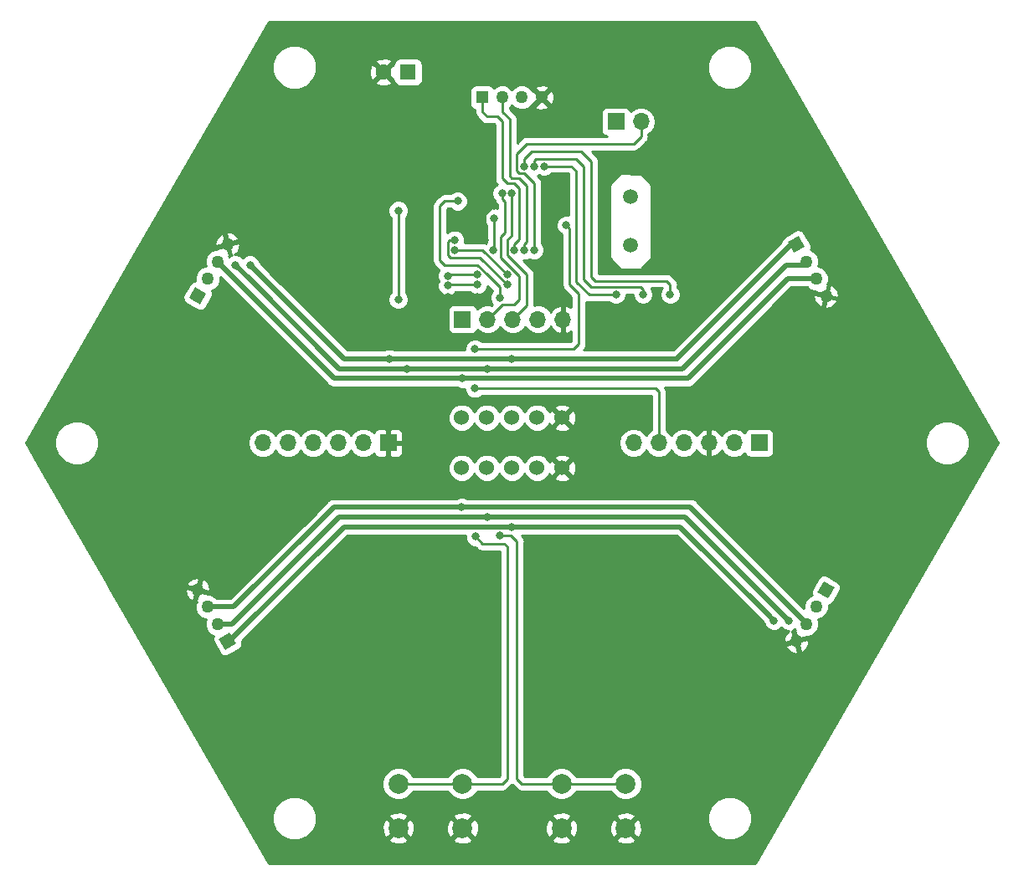
<source format=gbl>
G04 #@! TF.GenerationSoftware,KiCad,Pcbnew,(5.0.2)-1*
G04 #@! TF.CreationDate,2020-05-05T14:41:23+09:00*
G04 #@! TF.ProjectId,Ground,47726f75-6e64-42e6-9b69-6361645f7063,rev?*
G04 #@! TF.SameCoordinates,Original*
G04 #@! TF.FileFunction,Copper,L2,Bot*
G04 #@! TF.FilePolarity,Positive*
%FSLAX46Y46*%
G04 Gerber Fmt 4.6, Leading zero omitted, Abs format (unit mm)*
G04 Created by KiCad (PCBNEW (5.0.2)-1) date 2020/05/05 14:41:23*
%MOMM*%
%LPD*%
G01*
G04 APERTURE LIST*
G04 #@! TA.AperFunction,ComponentPad*
%ADD10R,1.700000X1.700000*%
G04 #@! TD*
G04 #@! TA.AperFunction,ComponentPad*
%ADD11O,1.700000X1.700000*%
G04 #@! TD*
G04 #@! TA.AperFunction,ComponentPad*
%ADD12C,1.524000*%
G04 #@! TD*
G04 #@! TA.AperFunction,ComponentPad*
%ADD13C,1.270000*%
G04 #@! TD*
G04 #@! TA.AperFunction,Conductor*
%ADD14C,0.100000*%
G04 #@! TD*
G04 #@! TA.AperFunction,ComponentPad*
%ADD15R,1.270000X1.270000*%
G04 #@! TD*
G04 #@! TA.AperFunction,ComponentPad*
%ADD16C,2.000000*%
G04 #@! TD*
G04 #@! TA.AperFunction,ComponentPad*
%ADD17C,1.500000*%
G04 #@! TD*
G04 #@! TA.AperFunction,ComponentPad*
%ADD18R,1.600000X1.600000*%
G04 #@! TD*
G04 #@! TA.AperFunction,ComponentPad*
%ADD19C,1.600000*%
G04 #@! TD*
G04 #@! TA.AperFunction,ViaPad*
%ADD20C,0.800000*%
G04 #@! TD*
G04 #@! TA.AperFunction,Conductor*
%ADD21C,0.250000*%
G04 #@! TD*
G04 #@! TA.AperFunction,Conductor*
%ADD22C,0.500000*%
G04 #@! TD*
G04 #@! TA.AperFunction,Conductor*
%ADD23C,0.254000*%
G04 #@! TD*
G04 APERTURE END LIST*
D10*
G04 #@! TO.P,CN8,1*
G04 #@! TO.N,5V*
X125000000Y-92500000D03*
D11*
G04 #@! TO.P,CN8,2*
G04 #@! TO.N,LOWER_SDA*
X127540000Y-92500000D03*
G04 #@! TO.P,CN8,3*
G04 #@! TO.N,LOWER_SCL*
X130080000Y-92500000D03*
G04 #@! TO.P,CN8,4*
G04 #@! TO.N,Net-(CN8-Pad4)*
X132620000Y-92500000D03*
G04 #@! TO.P,CN8,5*
G04 #@! TO.N,GND*
X135160000Y-92500000D03*
G04 #@! TD*
G04 #@! TO.P,CN7,6*
G04 #@! TO.N,SWO*
X142300000Y-105000000D03*
G04 #@! TO.P,CN7,5*
G04 #@! TO.N,NRST*
X144840000Y-105000000D03*
G04 #@! TO.P,CN7,4*
G04 #@! TO.N,SWDIO*
X147380000Y-105000000D03*
G04 #@! TO.P,CN7,3*
G04 #@! TO.N,GND*
X149920000Y-105000000D03*
G04 #@! TO.P,CN7,2*
G04 #@! TO.N,SWCLK*
X152460000Y-105000000D03*
D10*
G04 #@! TO.P,CN7,1*
G04 #@! TO.N,3V3*
X155000000Y-105000000D03*
G04 #@! TD*
D12*
G04 #@! TO.P,CN9,1*
G04 #@! TO.N,5V*
X124920000Y-102460000D03*
G04 #@! TO.P,CN9,2*
G04 #@! TO.N,LOWER_SDA*
X127460000Y-102460000D03*
G04 #@! TO.P,CN9,3*
G04 #@! TO.N,LOWER_SCL*
X130000000Y-102460000D03*
G04 #@! TO.P,CN9,4*
G04 #@! TO.N,Net-(CN9-Pad4)*
X132540000Y-102460000D03*
G04 #@! TO.P,CN9,5*
G04 #@! TO.N,GND*
X135080000Y-102460000D03*
G04 #@! TO.P,CN9,1*
G04 #@! TO.N,5V*
X124920000Y-107540000D03*
G04 #@! TO.P,CN9,2*
G04 #@! TO.N,LOWER_SDA*
X127460000Y-107540000D03*
G04 #@! TO.P,CN9,3*
G04 #@! TO.N,LOWER_SCL*
X130000000Y-107540000D03*
G04 #@! TO.P,CN9,4*
G04 #@! TO.N,Net-(CN9-Pad4)*
X132540000Y-107540000D03*
G04 #@! TO.P,CN9,5*
G04 #@! TO.N,GND*
X135080000Y-107540000D03*
G04 #@! TD*
D13*
G04 #@! TO.P,CN2,1*
G04 #@! TO.N,LOWER_SCL*
X98221515Y-90122911D03*
D14*
G04 #@! TD*
G04 #@! TO.N,LOWER_SCL*
G04 #@! TO.C,CN2*
G36*
X98453941Y-90990337D02*
X97354089Y-90355337D01*
X97989089Y-89255485D01*
X99088941Y-89890485D01*
X98453941Y-90990337D01*
X98453941Y-90990337D01*
G37*
D13*
G04 #@! TO.P,CN2,2*
G04 #@! TO.N,LOWER_SDA*
X99222171Y-88389484D03*
G04 #@! TO.P,CN2,3*
G04 #@! TO.N,5V*
X100220391Y-86660516D03*
G04 #@! TO.P,CN2,4*
G04 #@! TO.N,GND*
X101221151Y-84927149D03*
G04 #@! TD*
D15*
G04 #@! TO.P,CN1,1*
G04 #@! TO.N,UPPER_SCL*
X127000260Y-70050120D03*
D13*
G04 #@! TO.P,CN1,2*
G04 #@! TO.N,UPPER_SDA*
X129001780Y-70050000D03*
G04 #@! TO.P,CN1,3*
G04 #@! TO.N,5V*
X130998220Y-70050000D03*
G04 #@! TO.P,CN1,4*
G04 #@! TO.N,GND*
X132999740Y-70050000D03*
G04 #@! TD*
G04 #@! TO.P,CN3,4*
G04 #@! TO.N,GND*
X98221411Y-119877149D03*
G04 #@! TO.P,CN3,3*
G04 #@! TO.N,5V*
X99222171Y-121610516D03*
G04 #@! TO.P,CN3,2*
G04 #@! TO.N,LOWER_SDA*
X100220391Y-123339484D03*
G04 #@! TO.P,CN3,1*
G04 #@! TO.N,LOWER_SCL*
X101221255Y-125072791D03*
D14*
G04 #@! TD*
G04 #@! TO.N,LOWER_SCL*
G04 #@! TO.C,CN3*
G36*
X102088681Y-125305217D02*
X100988829Y-125940217D01*
X100353829Y-124840365D01*
X101453681Y-124205365D01*
X102088681Y-125305217D01*
X102088681Y-125305217D01*
G37*
D13*
G04 #@! TO.P,CN4,1*
G04 #@! TO.N,LOWER_SCL*
X161753485Y-119877089D03*
D14*
G04 #@! TD*
G04 #@! TO.N,LOWER_SCL*
G04 #@! TO.C,CN4*
G36*
X161521059Y-119009663D02*
X162620911Y-119644663D01*
X161985911Y-120744515D01*
X160886059Y-120109515D01*
X161521059Y-119009663D01*
X161521059Y-119009663D01*
G37*
D13*
G04 #@! TO.P,CN4,2*
G04 #@! TO.N,LOWER_SDA*
X160752829Y-121610516D03*
G04 #@! TO.P,CN4,3*
G04 #@! TO.N,5V*
X159754609Y-123339484D03*
G04 #@! TO.P,CN4,4*
G04 #@! TO.N,GND*
X158753849Y-125072851D03*
G04 #@! TD*
G04 #@! TO.P,CN5,4*
G04 #@! TO.N,GND*
X161753589Y-90122851D03*
G04 #@! TO.P,CN5,3*
G04 #@! TO.N,5V*
X160752829Y-88389484D03*
G04 #@! TO.P,CN5,2*
G04 #@! TO.N,LOWER_SDA*
X159754609Y-86660516D03*
G04 #@! TO.P,CN5,1*
G04 #@! TO.N,LOWER_SCL*
X158753745Y-84927209D03*
D14*
G04 #@! TD*
G04 #@! TO.N,LOWER_SCL*
G04 #@! TO.C,CN5*
G36*
X157886319Y-84694783D02*
X158986171Y-84059783D01*
X159621171Y-85159635D01*
X158521319Y-85794635D01*
X157886319Y-84694783D01*
X157886319Y-84694783D01*
G37*
D10*
G04 #@! TO.P,CN6,1*
G04 #@! TO.N,GND*
X117500000Y-105000000D03*
D11*
G04 #@! TO.P,CN6,2*
G04 #@! TO.N,Net-(CN6-Pad2)*
X114960000Y-105000000D03*
G04 #@! TO.P,CN6,3*
G04 #@! TO.N,Net-(CN6-Pad3)*
X112420000Y-105000000D03*
G04 #@! TO.P,CN6,4*
G04 #@! TO.N,TXD*
X109880000Y-105000000D03*
G04 #@! TO.P,CN6,5*
G04 #@! TO.N,RXD*
X107340000Y-105000000D03*
G04 #@! TO.P,CN6,6*
G04 #@! TO.N,Net-(CN6-Pad6)*
X104800000Y-105000000D03*
G04 #@! TD*
D16*
G04 #@! TO.P,SW1,1*
G04 #@! TO.N,GND*
X118500000Y-144000000D03*
G04 #@! TO.P,SW1,2*
G04 #@! TO.N,NRST*
X118500000Y-139500000D03*
G04 #@! TO.P,SW1,1*
G04 #@! TO.N,GND*
X125000000Y-144000000D03*
G04 #@! TO.P,SW1,2*
G04 #@! TO.N,NRST*
X125000000Y-139500000D03*
G04 #@! TD*
G04 #@! TO.P,SW2,2*
G04 #@! TO.N,GND*
X135000000Y-144000000D03*
G04 #@! TO.P,SW2,1*
G04 #@! TO.N,Net-(SW2-Pad1)*
X135000000Y-139500000D03*
G04 #@! TO.P,SW2,2*
G04 #@! TO.N,GND*
X141500000Y-144000000D03*
G04 #@! TO.P,SW2,1*
G04 #@! TO.N,Net-(SW2-Pad1)*
X141500000Y-139500000D03*
G04 #@! TD*
D17*
G04 #@! TO.P,Y1,1*
G04 #@! TO.N,Net-(C3-Pad1)*
X142000000Y-85000000D03*
G04 #@! TO.P,Y1,2*
G04 #@! TO.N,Net-(C4-Pad1)*
X142000000Y-80120000D03*
G04 #@! TD*
D10*
G04 #@! TO.P,JP1,1*
G04 #@! TO.N,3V3*
X140500000Y-72500000D03*
D11*
G04 #@! TO.P,JP1,2*
G04 #@! TO.N,Net-(JP1-Pad2)*
X143040000Y-72500000D03*
G04 #@! TD*
D18*
G04 #@! TO.P,C1,1*
G04 #@! TO.N,5V*
X119500000Y-67500000D03*
D19*
G04 #@! TO.P,C1,2*
G04 #@! TO.N,GND*
X117000000Y-67500000D03*
G04 #@! TD*
D20*
G04 #@! TO.N,GND*
X124000000Y-82500000D03*
X117500000Y-76000000D03*
X155000000Y-135000000D03*
X134250000Y-86750000D03*
X128150000Y-81000000D03*
X115250000Y-81500000D03*
X146000000Y-100000000D03*
X127250000Y-84500000D03*
X123500000Y-90250000D03*
X126500000Y-90250000D03*
X145000000Y-135000000D03*
X135000000Y-135000000D03*
X125000000Y-135000000D03*
X115000000Y-135000000D03*
X105000000Y-135000000D03*
X105000000Y-125000000D03*
X115000000Y-125000000D03*
X125000000Y-125000000D03*
X135000000Y-125000000D03*
X145000000Y-125000000D03*
X155000000Y-125000000D03*
X155000000Y-115000000D03*
X145000000Y-115000000D03*
X135000000Y-115000000D03*
X125000000Y-115000000D03*
X115000000Y-115000000D03*
X105000000Y-115000000D03*
X95000000Y-115000000D03*
X95000000Y-105000000D03*
X95000000Y-95000000D03*
X165000000Y-115000000D03*
X165000000Y-105000000D03*
X165000000Y-95000000D03*
X155000000Y-95000000D03*
X155000000Y-85000000D03*
X155000000Y-75000000D03*
X105000000Y-95000000D03*
X105000000Y-85000000D03*
X105000000Y-75000000D03*
X145000000Y-145000000D03*
X130000000Y-145000000D03*
X115000000Y-145000000D03*
X125000000Y-65000000D03*
X135000000Y-65000000D03*
X115000000Y-65000000D03*
X145000000Y-75000000D03*
X145000000Y-65000000D03*
X125000000Y-75000000D03*
X145000000Y-95000000D03*
X114000000Y-95000000D03*
G04 #@! TO.N,5V*
X124900000Y-111500000D03*
X125000000Y-98500000D03*
G04 #@! TO.N,3V3*
X118500000Y-90500000D03*
X118500000Y-81500000D03*
G04 #@! TO.N,UPPER_SCL*
X130250000Y-85500000D03*
G04 #@! TO.N,UPPER_SDA*
X131250003Y-85500000D03*
G04 #@! TO.N,LOWER_SCL*
X130000000Y-96500000D03*
X130000000Y-113500000D03*
X103500000Y-87000000D03*
X156500000Y-123000000D03*
X130000000Y-79750000D03*
X117600000Y-96500000D03*
G04 #@! TO.N,LOWER_SDA*
X127500000Y-97500000D03*
X127500000Y-112500000D03*
X102000000Y-87000000D03*
X158000000Y-123000000D03*
X129000000Y-79750000D03*
X119400000Y-97500000D03*
G04 #@! TO.N,TXD*
X126500000Y-89000000D03*
X123500000Y-89100003D03*
G04 #@! TO.N,RXD*
X128151041Y-82250000D03*
X128123308Y-85500000D03*
X126474847Y-88000153D03*
X123500000Y-88100000D03*
G04 #@! TO.N,NRST*
X135500000Y-82975000D03*
X126250000Y-99500000D03*
X126250000Y-95500000D03*
X126300000Y-114500000D03*
G04 #@! TO.N,SWDIO*
X129500000Y-89000000D03*
X124200000Y-84475000D03*
G04 #@! TO.N,SWCLK*
X129512653Y-87987347D03*
X124225000Y-85487347D03*
G04 #@! TO.N,Net-(JP1-Pad2)*
X132250006Y-85500000D03*
G04 #@! TO.N,Net-(SW2-Pad1)*
X124500000Y-80550000D03*
X128774681Y-90325292D03*
X128800000Y-114400000D03*
G04 #@! TO.N,Net-(JP2-Pad2)*
X133250000Y-77000000D03*
X140500000Y-90000000D03*
G04 #@! TO.N,Net-(JP3-Pad2)*
X132250000Y-77000000D03*
X143250000Y-90000000D03*
G04 #@! TO.N,Net-(JP4-Pad2)*
X131250000Y-77000000D03*
X146000000Y-90000000D03*
G04 #@! TD*
D21*
G04 #@! TO.N,GND*
X133000000Y-70050260D02*
X132999740Y-70050000D01*
X128150000Y-81000000D02*
X127250000Y-81900000D01*
X127250000Y-81900000D02*
X127250000Y-84500000D01*
X123500000Y-90250000D02*
X126500000Y-90250000D01*
D22*
G04 #@! TO.N,5V*
X124920000Y-107540000D02*
X124920000Y-107920000D01*
X101889484Y-121610516D02*
X110500000Y-113000000D01*
X99222171Y-121610516D02*
X101889484Y-121610516D01*
X110500000Y-113000000D02*
X112000000Y-111500000D01*
X112000000Y-111500000D02*
X124900000Y-111500000D01*
X159754609Y-123254609D02*
X159754609Y-123339484D01*
X124900000Y-111500000D02*
X148000000Y-111500000D01*
X148000000Y-111500000D02*
X159754609Y-123254609D01*
X157900000Y-88389484D02*
X160752829Y-88389484D01*
X147800000Y-98489484D02*
X157900000Y-88389484D01*
X147800000Y-98500000D02*
X147800000Y-98489484D01*
X112000000Y-98500000D02*
X147800000Y-98500000D01*
X100220391Y-86720391D02*
X112000000Y-98500000D01*
X100220391Y-86660516D02*
X100220391Y-86720391D01*
D21*
G04 #@! TO.N,3V3*
X118500000Y-81500000D02*
X118500000Y-90500000D01*
G04 #@! TO.N,UPPER_SCL*
X127000260Y-71500260D02*
X127000260Y-70050120D01*
X127500000Y-72000000D02*
X127000260Y-71500260D01*
X128500000Y-72000000D02*
X127500000Y-72000000D01*
X129000000Y-72500000D02*
X128500000Y-72000000D01*
X130250000Y-85500000D02*
X130250000Y-84934315D01*
X130250000Y-84934315D02*
X130750000Y-84434315D01*
X130750000Y-84434315D02*
X130750000Y-79250000D01*
X130750000Y-79250000D02*
X130250000Y-78750000D01*
X129000000Y-78250000D02*
X129500000Y-78750000D01*
X130250000Y-78750000D02*
X129500000Y-78750000D01*
X129000000Y-78250000D02*
X129000000Y-72500000D01*
G04 #@! TO.N,UPPER_SDA*
X129001780Y-71501780D02*
X129001780Y-70050000D01*
X129750000Y-72250000D02*
X129001780Y-71501780D01*
X129750000Y-78000000D02*
X129750000Y-72250000D01*
X131250003Y-85500000D02*
X131250003Y-84934315D01*
X131500000Y-84684318D02*
X131500000Y-79000000D01*
X131500000Y-79000000D02*
X130750000Y-78250000D01*
X130750000Y-78250000D02*
X130000000Y-78250000D01*
X131250003Y-84934315D02*
X131500000Y-84684318D01*
X130000000Y-78250000D02*
X129750000Y-78000000D01*
D22*
G04 #@! TO.N,LOWER_SCL*
X101427209Y-125072791D02*
X101221255Y-125072791D01*
X113000000Y-113500000D02*
X101427209Y-125072791D01*
X144000000Y-113500000D02*
X130000000Y-113500000D01*
X130000000Y-113500000D02*
X113000000Y-113500000D01*
X144000000Y-113500000D02*
X146000000Y-113500000D01*
X113000000Y-96500000D02*
X105000000Y-88500000D01*
X105000000Y-88500000D02*
X103500000Y-87000000D01*
X146000000Y-113500000D02*
X147000000Y-113500000D01*
X147000000Y-113500000D02*
X156000000Y-122500000D01*
X158753745Y-84927209D02*
X158672791Y-84927209D01*
X158753745Y-84927209D02*
X158303745Y-84927209D01*
X130000000Y-96500000D02*
X146750000Y-96500000D01*
X158272791Y-84927209D02*
X158753745Y-84927209D01*
X146750000Y-96450000D02*
X158272791Y-84927209D01*
X146750000Y-96500000D02*
X146750000Y-96450000D01*
X156000000Y-122500000D02*
X156500000Y-123000000D01*
D21*
X130080000Y-92500000D02*
X131500000Y-91080000D01*
X131500000Y-91080000D02*
X131500000Y-88000000D01*
X131500000Y-88000000D02*
X129500000Y-86000000D01*
X129500000Y-84500000D02*
X130000000Y-84000000D01*
X129500000Y-86000000D02*
X129500000Y-84500000D01*
X130000000Y-84000000D02*
X130000000Y-79750000D01*
D22*
X117250000Y-96500000D02*
X113000000Y-96500000D01*
X130000000Y-96500000D02*
X117600000Y-96500000D01*
X117600000Y-96500000D02*
X117250000Y-96500000D01*
G04 #@! TO.N,LOWER_SDA*
X100220391Y-123339484D02*
X101660516Y-123339484D01*
X101660516Y-123339484D02*
X112500000Y-112500000D01*
X112500000Y-112500000D02*
X127500000Y-112500000D01*
X127500000Y-112500000D02*
X144575196Y-112500000D01*
X144575196Y-112500000D02*
X146575196Y-112500000D01*
X127062531Y-97500000D02*
X127500000Y-97500000D01*
X103500000Y-88500000D02*
X112500000Y-97500000D01*
X103500000Y-88500000D02*
X102000000Y-87000000D01*
X146575196Y-112500000D02*
X147500000Y-112500000D01*
X147500000Y-112500000D02*
X157500000Y-122500000D01*
X159415125Y-87000000D02*
X159754609Y-86660516D01*
X157750000Y-87000000D02*
X159415125Y-87000000D01*
X147250000Y-97500000D02*
X157750000Y-87000000D01*
X127500000Y-97500000D02*
X147250000Y-97500000D01*
X157500000Y-122500000D02*
X158000000Y-123000000D01*
D21*
X130250000Y-91000000D02*
X130750000Y-90500000D01*
X129040000Y-91000000D02*
X130250000Y-91000000D01*
X127540000Y-92500000D02*
X129040000Y-91000000D01*
X129000000Y-79750000D02*
X129000000Y-80315685D01*
X129000000Y-80315685D02*
X129250000Y-80565685D01*
X128848308Y-84151692D02*
X128848308Y-86250000D01*
X129250000Y-80565685D02*
X129250000Y-83750000D01*
X130750000Y-90500000D02*
X130750000Y-88151692D01*
X130750000Y-88151692D02*
X128848308Y-86250000D01*
X129250000Y-83750000D02*
X128848308Y-84151692D01*
D22*
X119750000Y-97500000D02*
X127062531Y-97500000D01*
X112500000Y-97500000D02*
X119400000Y-97500000D01*
X119400000Y-97500000D02*
X119750000Y-97500000D01*
D21*
G04 #@! TO.N,TXD*
X126500000Y-89000000D02*
X123600003Y-89000000D01*
X123600003Y-89000000D02*
X123500000Y-89100003D01*
G04 #@! TO.N,RXD*
X128151041Y-85472267D02*
X128123308Y-85500000D01*
X128151041Y-82250000D02*
X128151041Y-85472267D01*
X126474847Y-88000153D02*
X123599847Y-88000153D01*
X123599847Y-88000153D02*
X123500000Y-88100000D01*
G04 #@! TO.N,NRST*
X144500000Y-99500000D02*
X126750000Y-99500000D01*
X144840000Y-105000000D02*
X144840000Y-99840000D01*
X144840000Y-99840000D02*
X144500000Y-99500000D01*
X126750000Y-99500000D02*
X126250000Y-99500000D01*
X136750000Y-89950000D02*
X136750000Y-93500000D01*
X136750000Y-95000000D02*
X136750000Y-93500000D01*
X136250000Y-95500000D02*
X136750000Y-95000000D01*
X126250000Y-95500000D02*
X136250000Y-95500000D01*
X135800000Y-83275000D02*
X135800000Y-89000000D01*
X135500000Y-82975000D02*
X135800000Y-83275000D01*
X135800000Y-89000000D02*
X136750000Y-89950000D01*
X119914213Y-139500000D02*
X125000000Y-139500000D01*
X118500000Y-139500000D02*
X119914213Y-139500000D01*
X129500000Y-139000000D02*
X129500000Y-115666740D01*
X125000000Y-139500000D02*
X129000000Y-139500000D01*
X129000000Y-139500000D02*
X129500000Y-139000000D01*
X129500000Y-115666740D02*
X129500000Y-115500000D01*
X129500000Y-115500000D02*
X129200000Y-115200000D01*
X129200000Y-115200000D02*
X127000000Y-115200000D01*
X127000000Y-115200000D02*
X126300000Y-114500000D01*
G04 #@! TO.N,SWDIO*
X126750000Y-86250000D02*
X129500000Y-89000000D01*
X123750000Y-86250000D02*
X126750000Y-86250000D01*
X123750000Y-86250000D02*
X123500000Y-86000000D01*
X123500000Y-86000000D02*
X123500000Y-84700000D01*
X123500000Y-84700000D02*
X123725000Y-84475000D01*
X123725000Y-84475000D02*
X124200000Y-84475000D01*
G04 #@! TO.N,SWCLK*
X127012653Y-85487347D02*
X129512653Y-87987347D01*
X124225000Y-85487347D02*
X127012653Y-85487347D01*
G04 #@! TO.N,Net-(JP1-Pad2)*
X143040000Y-74000000D02*
X143040000Y-72500000D01*
X142290000Y-74750000D02*
X143040000Y-74000000D01*
X132250006Y-85500000D02*
X132250006Y-78750006D01*
X132250006Y-78750006D02*
X131250000Y-77750000D01*
X131500000Y-74750000D02*
X142290000Y-74750000D01*
X131250000Y-77750000D02*
X130750000Y-77750000D01*
X130750000Y-77750000D02*
X130500000Y-77500000D01*
X130500000Y-77500000D02*
X130500000Y-75750000D01*
X130500000Y-75750000D02*
X131500000Y-74750000D01*
G04 #@! TO.N,Net-(SW2-Pad1)*
X124500000Y-80550000D02*
X123200000Y-80550000D01*
X122690685Y-81059315D02*
X122690685Y-86500000D01*
X122690685Y-86500000D02*
X123190685Y-87000000D01*
X123200000Y-80550000D02*
X122690685Y-81059315D01*
X123190685Y-87000000D02*
X126500000Y-87000000D01*
X126500000Y-87000000D02*
X127250000Y-87750000D01*
X127474214Y-87974214D02*
X126500000Y-87000000D01*
X128774681Y-89274681D02*
X128774681Y-90325292D01*
X127474214Y-87974214D02*
X128774681Y-89274681D01*
X135000000Y-139500000D02*
X141500000Y-139500000D01*
X130500000Y-139000000D02*
X130500000Y-115500000D01*
X131000000Y-139500000D02*
X130500000Y-139000000D01*
X135000000Y-139500000D02*
X131000000Y-139500000D01*
X130500000Y-115500000D02*
X130500000Y-115000000D01*
X130500000Y-115000000D02*
X129900000Y-114400000D01*
X129900000Y-114400000D02*
X128800000Y-114400000D01*
G04 #@! TO.N,Net-(JP2-Pad2)*
X136000000Y-77000000D02*
X133250000Y-77000000D01*
X136500000Y-77500000D02*
X136000000Y-77000000D01*
X136500000Y-88700000D02*
X136500000Y-77500000D01*
X140500000Y-90000000D02*
X137800000Y-90000000D01*
X137800000Y-90000000D02*
X136500000Y-88700000D01*
G04 #@! TO.N,Net-(JP3-Pad2)*
X143250000Y-89500000D02*
X143250000Y-90000000D01*
X143000000Y-89250000D02*
X143250000Y-89500000D01*
X138000000Y-89250000D02*
X143000000Y-89250000D01*
X132250000Y-77000000D02*
X132250000Y-76434315D01*
X132250000Y-76434315D02*
X132434315Y-76250000D01*
X132434315Y-76250000D02*
X136500000Y-76250000D01*
X136500000Y-76250000D02*
X137250000Y-77000000D01*
X137250000Y-77000000D02*
X137250000Y-88500000D01*
X137250000Y-88500000D02*
X138000000Y-89250000D01*
G04 #@! TO.N,Net-(JP4-Pad2)*
X131250000Y-76250000D02*
X131250000Y-77000000D01*
X132000000Y-75500000D02*
X131250000Y-76250000D01*
X137000000Y-75500000D02*
X132000000Y-75500000D01*
X138000000Y-76500000D02*
X137000000Y-75500000D01*
X146000000Y-89000000D02*
X145600000Y-88600000D01*
X146000000Y-90000000D02*
X146000000Y-89000000D01*
X145600000Y-88600000D02*
X138400000Y-88600000D01*
X138400000Y-88600000D02*
X138000000Y-88200000D01*
X138000000Y-88200000D02*
X138000000Y-76500000D01*
G04 #@! TD*
D23*
G04 #@! TO.N,GND*
G36*
X179180163Y-105000000D02*
X154590082Y-147591270D01*
X105409919Y-147591270D01*
X102502477Y-142555431D01*
X105765000Y-142555431D01*
X105765000Y-143444569D01*
X106105259Y-144266026D01*
X106733974Y-144894741D01*
X107555431Y-145235000D01*
X108444569Y-145235000D01*
X108643664Y-145152532D01*
X117527073Y-145152532D01*
X117625736Y-145419387D01*
X118235461Y-145645908D01*
X118885460Y-145621856D01*
X119374264Y-145419387D01*
X119472927Y-145152532D01*
X124027073Y-145152532D01*
X124125736Y-145419387D01*
X124735461Y-145645908D01*
X125385460Y-145621856D01*
X125874264Y-145419387D01*
X125972927Y-145152532D01*
X134027073Y-145152532D01*
X134125736Y-145419387D01*
X134735461Y-145645908D01*
X135385460Y-145621856D01*
X135874264Y-145419387D01*
X135972927Y-145152532D01*
X140527073Y-145152532D01*
X140625736Y-145419387D01*
X141235461Y-145645908D01*
X141885460Y-145621856D01*
X142374264Y-145419387D01*
X142472927Y-145152532D01*
X141500000Y-144179605D01*
X140527073Y-145152532D01*
X135972927Y-145152532D01*
X135000000Y-144179605D01*
X134027073Y-145152532D01*
X125972927Y-145152532D01*
X125000000Y-144179605D01*
X124027073Y-145152532D01*
X119472927Y-145152532D01*
X118500000Y-144179605D01*
X117527073Y-145152532D01*
X108643664Y-145152532D01*
X109266026Y-144894741D01*
X109894741Y-144266026D01*
X110114508Y-143735461D01*
X116854092Y-143735461D01*
X116878144Y-144385460D01*
X117080613Y-144874264D01*
X117347468Y-144972927D01*
X118320395Y-144000000D01*
X118679605Y-144000000D01*
X119652532Y-144972927D01*
X119919387Y-144874264D01*
X120145908Y-144264539D01*
X120126331Y-143735461D01*
X123354092Y-143735461D01*
X123378144Y-144385460D01*
X123580613Y-144874264D01*
X123847468Y-144972927D01*
X124820395Y-144000000D01*
X125179605Y-144000000D01*
X126152532Y-144972927D01*
X126419387Y-144874264D01*
X126645908Y-144264539D01*
X126626331Y-143735461D01*
X133354092Y-143735461D01*
X133378144Y-144385460D01*
X133580613Y-144874264D01*
X133847468Y-144972927D01*
X134820395Y-144000000D01*
X135179605Y-144000000D01*
X136152532Y-144972927D01*
X136419387Y-144874264D01*
X136645908Y-144264539D01*
X136626331Y-143735461D01*
X139854092Y-143735461D01*
X139878144Y-144385460D01*
X140080613Y-144874264D01*
X140347468Y-144972927D01*
X141320395Y-144000000D01*
X141679605Y-144000000D01*
X142652532Y-144972927D01*
X142919387Y-144874264D01*
X143145908Y-144264539D01*
X143121856Y-143614540D01*
X142919387Y-143125736D01*
X142652532Y-143027073D01*
X141679605Y-144000000D01*
X141320395Y-144000000D01*
X140347468Y-143027073D01*
X140080613Y-143125736D01*
X139854092Y-143735461D01*
X136626331Y-143735461D01*
X136621856Y-143614540D01*
X136419387Y-143125736D01*
X136152532Y-143027073D01*
X135179605Y-144000000D01*
X134820395Y-144000000D01*
X133847468Y-143027073D01*
X133580613Y-143125736D01*
X133354092Y-143735461D01*
X126626331Y-143735461D01*
X126621856Y-143614540D01*
X126419387Y-143125736D01*
X126152532Y-143027073D01*
X125179605Y-144000000D01*
X124820395Y-144000000D01*
X123847468Y-143027073D01*
X123580613Y-143125736D01*
X123354092Y-143735461D01*
X120126331Y-143735461D01*
X120121856Y-143614540D01*
X119919387Y-143125736D01*
X119652532Y-143027073D01*
X118679605Y-144000000D01*
X118320395Y-144000000D01*
X117347468Y-143027073D01*
X117080613Y-143125736D01*
X116854092Y-143735461D01*
X110114508Y-143735461D01*
X110235000Y-143444569D01*
X110235000Y-142847468D01*
X117527073Y-142847468D01*
X118500000Y-143820395D01*
X119472927Y-142847468D01*
X124027073Y-142847468D01*
X125000000Y-143820395D01*
X125972927Y-142847468D01*
X134027073Y-142847468D01*
X135000000Y-143820395D01*
X135972927Y-142847468D01*
X140527073Y-142847468D01*
X141500000Y-143820395D01*
X142472927Y-142847468D01*
X142374264Y-142580613D01*
X142306482Y-142555431D01*
X149765000Y-142555431D01*
X149765000Y-143444569D01*
X150105259Y-144266026D01*
X150733974Y-144894741D01*
X151555431Y-145235000D01*
X152444569Y-145235000D01*
X153266026Y-144894741D01*
X153894741Y-144266026D01*
X154235000Y-143444569D01*
X154235000Y-142555431D01*
X153894741Y-141733974D01*
X153266026Y-141105259D01*
X152444569Y-140765000D01*
X151555431Y-140765000D01*
X150733974Y-141105259D01*
X150105259Y-141733974D01*
X149765000Y-142555431D01*
X142306482Y-142555431D01*
X141764539Y-142354092D01*
X141114540Y-142378144D01*
X140625736Y-142580613D01*
X140527073Y-142847468D01*
X135972927Y-142847468D01*
X135874264Y-142580613D01*
X135264539Y-142354092D01*
X134614540Y-142378144D01*
X134125736Y-142580613D01*
X134027073Y-142847468D01*
X125972927Y-142847468D01*
X125874264Y-142580613D01*
X125264539Y-142354092D01*
X124614540Y-142378144D01*
X124125736Y-142580613D01*
X124027073Y-142847468D01*
X119472927Y-142847468D01*
X119374264Y-142580613D01*
X118764539Y-142354092D01*
X118114540Y-142378144D01*
X117625736Y-142580613D01*
X117527073Y-142847468D01*
X110235000Y-142847468D01*
X110235000Y-142555431D01*
X109894741Y-141733974D01*
X109266026Y-141105259D01*
X108444569Y-140765000D01*
X107555431Y-140765000D01*
X106733974Y-141105259D01*
X106105259Y-141733974D01*
X105765000Y-142555431D01*
X102502477Y-142555431D01*
X90264075Y-121357897D01*
X97952171Y-121357897D01*
X97952171Y-121863135D01*
X98145517Y-122329913D01*
X98502774Y-122687170D01*
X98969552Y-122880516D01*
X99035864Y-122880516D01*
X98950391Y-123086865D01*
X98950391Y-123592103D01*
X99143737Y-124058881D01*
X99500994Y-124416138D01*
X99794970Y-124537907D01*
X99728450Y-124672795D01*
X99711928Y-124924873D01*
X99793130Y-125164085D01*
X100428130Y-126263937D01*
X100594693Y-126453866D01*
X100821259Y-126565596D01*
X101073337Y-126582118D01*
X101312549Y-126500916D01*
X102412401Y-125865916D01*
X102602330Y-125699353D01*
X102714060Y-125472787D01*
X102730582Y-125220709D01*
X102679969Y-125071609D01*
X113366579Y-114385000D01*
X125265000Y-114385000D01*
X125265000Y-114705874D01*
X125422569Y-115086280D01*
X125713720Y-115377431D01*
X126094126Y-115535000D01*
X126260198Y-115535000D01*
X126409672Y-115684475D01*
X126452071Y-115747929D01*
X126515524Y-115790327D01*
X126515526Y-115790329D01*
X126640902Y-115874102D01*
X126703463Y-115915904D01*
X126925148Y-115960000D01*
X126925152Y-115960000D01*
X126999999Y-115974888D01*
X127074846Y-115960000D01*
X128740001Y-115960000D01*
X128740000Y-138685198D01*
X128685199Y-138740000D01*
X126454909Y-138740000D01*
X126386086Y-138573847D01*
X125926153Y-138113914D01*
X125325222Y-137865000D01*
X124674778Y-137865000D01*
X124073847Y-138113914D01*
X123613914Y-138573847D01*
X123545091Y-138740000D01*
X119954909Y-138740000D01*
X119886086Y-138573847D01*
X119426153Y-138113914D01*
X118825222Y-137865000D01*
X118174778Y-137865000D01*
X117573847Y-138113914D01*
X117113914Y-138573847D01*
X116865000Y-139174778D01*
X116865000Y-139825222D01*
X117113914Y-140426153D01*
X117573847Y-140886086D01*
X118174778Y-141135000D01*
X118825222Y-141135000D01*
X119426153Y-140886086D01*
X119886086Y-140426153D01*
X119954909Y-140260000D01*
X123545091Y-140260000D01*
X123613914Y-140426153D01*
X124073847Y-140886086D01*
X124674778Y-141135000D01*
X125325222Y-141135000D01*
X125926153Y-140886086D01*
X126386086Y-140426153D01*
X126454909Y-140260000D01*
X128925153Y-140260000D01*
X129000000Y-140274888D01*
X129074847Y-140260000D01*
X129074852Y-140260000D01*
X129296537Y-140215904D01*
X129547929Y-140047929D01*
X129590331Y-139984471D01*
X129984473Y-139590329D01*
X130000000Y-139579954D01*
X130015529Y-139590331D01*
X130409671Y-139984472D01*
X130452071Y-140047929D01*
X130515527Y-140090329D01*
X130703462Y-140215904D01*
X130751605Y-140225480D01*
X130925148Y-140260000D01*
X130925152Y-140260000D01*
X131000000Y-140274888D01*
X131074848Y-140260000D01*
X133545091Y-140260000D01*
X133613914Y-140426153D01*
X134073847Y-140886086D01*
X134674778Y-141135000D01*
X135325222Y-141135000D01*
X135926153Y-140886086D01*
X136386086Y-140426153D01*
X136454909Y-140260000D01*
X140045091Y-140260000D01*
X140113914Y-140426153D01*
X140573847Y-140886086D01*
X141174778Y-141135000D01*
X141825222Y-141135000D01*
X142426153Y-140886086D01*
X142886086Y-140426153D01*
X143135000Y-139825222D01*
X143135000Y-139174778D01*
X142886086Y-138573847D01*
X142426153Y-138113914D01*
X141825222Y-137865000D01*
X141174778Y-137865000D01*
X140573847Y-138113914D01*
X140113914Y-138573847D01*
X140045091Y-138740000D01*
X136454909Y-138740000D01*
X136386086Y-138573847D01*
X135926153Y-138113914D01*
X135325222Y-137865000D01*
X134674778Y-137865000D01*
X134073847Y-138113914D01*
X133613914Y-138573847D01*
X133545091Y-138740000D01*
X131314802Y-138740000D01*
X131260000Y-138685199D01*
X131260000Y-125713008D01*
X157628275Y-125713008D01*
X157958931Y-126095017D01*
X158410606Y-126321411D01*
X158762244Y-126367705D01*
X158923386Y-126196261D01*
X158664046Y-125228394D01*
X157696179Y-125487733D01*
X157628275Y-125713008D01*
X131260000Y-125713008D01*
X131260000Y-115074846D01*
X131274888Y-114999999D01*
X131260000Y-114925152D01*
X131260000Y-114925148D01*
X131215904Y-114703463D01*
X131047929Y-114452071D01*
X130984473Y-114409671D01*
X130959802Y-114385000D01*
X146633422Y-114385000D01*
X155435845Y-123187424D01*
X155435848Y-123187426D01*
X155472569Y-123224147D01*
X155622569Y-123586280D01*
X155913720Y-123877431D01*
X156294126Y-124035000D01*
X156705874Y-124035000D01*
X157086280Y-123877431D01*
X157250000Y-123713711D01*
X157413720Y-123877431D01*
X157794126Y-124035000D01*
X158012345Y-124035000D01*
X157731683Y-124277933D01*
X157505289Y-124729608D01*
X157458995Y-125081246D01*
X157630439Y-125242388D01*
X157928009Y-125162654D01*
X158909392Y-125162654D01*
X159168731Y-126130521D01*
X159394006Y-126198425D01*
X159776015Y-125867769D01*
X160002409Y-125416094D01*
X160048703Y-125064456D01*
X159877259Y-124903314D01*
X158909392Y-125162654D01*
X157928009Y-125162654D01*
X158598306Y-124983048D01*
X158338967Y-124015181D01*
X158289627Y-124000309D01*
X158586280Y-123877431D01*
X158597958Y-123865753D01*
X158617845Y-123913764D01*
X158584312Y-123949441D01*
X158819589Y-124827503D01*
X158767990Y-124879102D01*
X158947598Y-125058710D01*
X159178804Y-124827504D01*
X159811519Y-124657969D01*
X159826134Y-124609484D01*
X160007228Y-124609484D01*
X160474006Y-124416138D01*
X160831263Y-124058881D01*
X161024609Y-123592103D01*
X161024609Y-123086865D01*
X160939136Y-122880516D01*
X161005448Y-122880516D01*
X161472226Y-122687170D01*
X161829483Y-122329913D01*
X162022829Y-121863135D01*
X162022829Y-121378457D01*
X162153481Y-121369894D01*
X162380047Y-121258164D01*
X162546610Y-121068235D01*
X163181610Y-119968383D01*
X163262812Y-119729171D01*
X163246290Y-119477093D01*
X163134560Y-119250527D01*
X162944631Y-119083964D01*
X161844779Y-118448964D01*
X161605567Y-118367762D01*
X161353489Y-118384284D01*
X161126923Y-118496014D01*
X160960360Y-118685943D01*
X160325360Y-119785795D01*
X160244158Y-120025007D01*
X160260680Y-120277085D01*
X160327284Y-120412144D01*
X160033432Y-120533862D01*
X159676175Y-120891119D01*
X159482829Y-121357897D01*
X159482829Y-121731250D01*
X148687425Y-110935847D01*
X148638049Y-110861951D01*
X148345310Y-110666348D01*
X148087165Y-110615000D01*
X148087161Y-110615000D01*
X148000000Y-110597663D01*
X147912839Y-110615000D01*
X125468007Y-110615000D01*
X125105874Y-110465000D01*
X124694126Y-110465000D01*
X124331993Y-110615000D01*
X112087159Y-110615000D01*
X111999999Y-110597663D01*
X111912839Y-110615000D01*
X111912835Y-110615000D01*
X111654690Y-110666348D01*
X111654688Y-110666349D01*
X111654689Y-110666349D01*
X111435845Y-110812576D01*
X111435844Y-110812577D01*
X111361951Y-110861951D01*
X111312577Y-110935844D01*
X109935848Y-112312574D01*
X109935845Y-112312576D01*
X101522906Y-120725516D01*
X100133222Y-120725516D01*
X99941568Y-120533862D01*
X99474790Y-120340516D01*
X99293696Y-120340516D01*
X99279081Y-120292031D01*
X98646366Y-120122496D01*
X98415160Y-119891290D01*
X98235552Y-120070898D01*
X98287151Y-120122497D01*
X98051874Y-121000559D01*
X98085407Y-121036236D01*
X97952171Y-121357897D01*
X90264075Y-121357897D01*
X89404317Y-119868754D01*
X96926557Y-119868754D01*
X97021909Y-120364912D01*
X97233255Y-120685697D01*
X97217747Y-120701205D01*
X97293152Y-120776610D01*
X97299874Y-120786813D01*
X97314835Y-120798293D01*
X97397355Y-120880813D01*
X97408219Y-120869949D01*
X97581254Y-121002723D01*
X97806529Y-120934819D01*
X97976064Y-120302104D01*
X98207270Y-120070898D01*
X98027662Y-119891290D01*
X97976063Y-119942889D01*
X97098001Y-119707612D01*
X96926557Y-119868754D01*
X89404317Y-119868754D01*
X89039570Y-119236992D01*
X97095837Y-119236992D01*
X97163741Y-119462267D01*
X97796456Y-119631802D01*
X98027662Y-119863008D01*
X98207270Y-119683400D01*
X98235552Y-119683400D01*
X98415160Y-119863008D01*
X98466759Y-119811409D01*
X99344821Y-120046686D01*
X99516265Y-119885544D01*
X99420913Y-119389386D01*
X99209567Y-119068601D01*
X99225075Y-119053093D01*
X99149670Y-118977688D01*
X99142948Y-118967485D01*
X99127987Y-118956005D01*
X99045467Y-118873485D01*
X99034603Y-118884349D01*
X98861568Y-118751575D01*
X98636293Y-118819479D01*
X98466758Y-119452194D01*
X98235552Y-119683400D01*
X98207270Y-119683400D01*
X98155671Y-119631801D01*
X98390948Y-118753739D01*
X98229806Y-118582295D01*
X97733648Y-118677647D01*
X97412863Y-118888993D01*
X97397355Y-118873485D01*
X97321950Y-118948890D01*
X97311747Y-118955612D01*
X97300267Y-118970573D01*
X97217747Y-119053093D01*
X97228611Y-119063957D01*
X97095837Y-119236992D01*
X89039570Y-119236992D01*
X82125873Y-107262119D01*
X123523000Y-107262119D01*
X123523000Y-107817881D01*
X123735680Y-108331337D01*
X124128663Y-108724320D01*
X124642119Y-108937000D01*
X125197881Y-108937000D01*
X125711337Y-108724320D01*
X126104320Y-108331337D01*
X126190000Y-108124487D01*
X126275680Y-108331337D01*
X126668663Y-108724320D01*
X127182119Y-108937000D01*
X127737881Y-108937000D01*
X128251337Y-108724320D01*
X128644320Y-108331337D01*
X128730000Y-108124487D01*
X128815680Y-108331337D01*
X129208663Y-108724320D01*
X129722119Y-108937000D01*
X130277881Y-108937000D01*
X130791337Y-108724320D01*
X131184320Y-108331337D01*
X131270000Y-108124487D01*
X131355680Y-108331337D01*
X131748663Y-108724320D01*
X132262119Y-108937000D01*
X132817881Y-108937000D01*
X133331337Y-108724320D01*
X133535444Y-108520213D01*
X134279392Y-108520213D01*
X134348857Y-108762397D01*
X134872302Y-108949144D01*
X135427368Y-108921362D01*
X135811143Y-108762397D01*
X135880608Y-108520213D01*
X135080000Y-107719605D01*
X134279392Y-108520213D01*
X133535444Y-108520213D01*
X133724320Y-108331337D01*
X133803428Y-108140353D01*
X133857603Y-108271143D01*
X134099787Y-108340608D01*
X134900395Y-107540000D01*
X135259605Y-107540000D01*
X136060213Y-108340608D01*
X136302397Y-108271143D01*
X136489144Y-107747698D01*
X136461362Y-107192632D01*
X136302397Y-106808857D01*
X136060213Y-106739392D01*
X135259605Y-107540000D01*
X134900395Y-107540000D01*
X134099787Y-106739392D01*
X133857603Y-106808857D01*
X133807465Y-106949393D01*
X133724320Y-106748663D01*
X133535444Y-106559787D01*
X134279392Y-106559787D01*
X135080000Y-107360395D01*
X135880608Y-106559787D01*
X135811143Y-106317603D01*
X135287698Y-106130856D01*
X134732632Y-106158638D01*
X134348857Y-106317603D01*
X134279392Y-106559787D01*
X133535444Y-106559787D01*
X133331337Y-106355680D01*
X132817881Y-106143000D01*
X132262119Y-106143000D01*
X131748663Y-106355680D01*
X131355680Y-106748663D01*
X131270000Y-106955513D01*
X131184320Y-106748663D01*
X130791337Y-106355680D01*
X130277881Y-106143000D01*
X129722119Y-106143000D01*
X129208663Y-106355680D01*
X128815680Y-106748663D01*
X128730000Y-106955513D01*
X128644320Y-106748663D01*
X128251337Y-106355680D01*
X127737881Y-106143000D01*
X127182119Y-106143000D01*
X126668663Y-106355680D01*
X126275680Y-106748663D01*
X126190000Y-106955513D01*
X126104320Y-106748663D01*
X125711337Y-106355680D01*
X125197881Y-106143000D01*
X124642119Y-106143000D01*
X124128663Y-106355680D01*
X123735680Y-106748663D01*
X123523000Y-107262119D01*
X82125873Y-107262119D01*
X80819837Y-105000000D01*
X81076509Y-104555431D01*
X83765000Y-104555431D01*
X83765000Y-105444569D01*
X84105259Y-106266026D01*
X84733974Y-106894741D01*
X85555431Y-107235000D01*
X86444569Y-107235000D01*
X87266026Y-106894741D01*
X87894741Y-106266026D01*
X88235000Y-105444569D01*
X88235000Y-105000000D01*
X103285908Y-105000000D01*
X103401161Y-105579418D01*
X103729375Y-106070625D01*
X104220582Y-106398839D01*
X104653744Y-106485000D01*
X104946256Y-106485000D01*
X105379418Y-106398839D01*
X105870625Y-106070625D01*
X106070000Y-105772239D01*
X106269375Y-106070625D01*
X106760582Y-106398839D01*
X107193744Y-106485000D01*
X107486256Y-106485000D01*
X107919418Y-106398839D01*
X108410625Y-106070625D01*
X108610000Y-105772239D01*
X108809375Y-106070625D01*
X109300582Y-106398839D01*
X109733744Y-106485000D01*
X110026256Y-106485000D01*
X110459418Y-106398839D01*
X110950625Y-106070625D01*
X111150000Y-105772239D01*
X111349375Y-106070625D01*
X111840582Y-106398839D01*
X112273744Y-106485000D01*
X112566256Y-106485000D01*
X112999418Y-106398839D01*
X113490625Y-106070625D01*
X113690000Y-105772239D01*
X113889375Y-106070625D01*
X114380582Y-106398839D01*
X114813744Y-106485000D01*
X115106256Y-106485000D01*
X115539418Y-106398839D01*
X116030625Y-106070625D01*
X116045096Y-106048967D01*
X116111673Y-106209698D01*
X116290301Y-106388327D01*
X116523690Y-106485000D01*
X117214250Y-106485000D01*
X117373000Y-106326250D01*
X117373000Y-105127000D01*
X117627000Y-105127000D01*
X117627000Y-106326250D01*
X117785750Y-106485000D01*
X118476310Y-106485000D01*
X118709699Y-106388327D01*
X118888327Y-106209698D01*
X118985000Y-105976309D01*
X118985000Y-105285750D01*
X118826250Y-105127000D01*
X117627000Y-105127000D01*
X117373000Y-105127000D01*
X117353000Y-105127000D01*
X117353000Y-104873000D01*
X117373000Y-104873000D01*
X117373000Y-103673750D01*
X117627000Y-103673750D01*
X117627000Y-104873000D01*
X118826250Y-104873000D01*
X118985000Y-104714250D01*
X118985000Y-104023691D01*
X118888327Y-103790302D01*
X118709699Y-103611673D01*
X118476310Y-103515000D01*
X117785750Y-103515000D01*
X117627000Y-103673750D01*
X117373000Y-103673750D01*
X117214250Y-103515000D01*
X116523690Y-103515000D01*
X116290301Y-103611673D01*
X116111673Y-103790302D01*
X116045096Y-103951033D01*
X116030625Y-103929375D01*
X115539418Y-103601161D01*
X115106256Y-103515000D01*
X114813744Y-103515000D01*
X114380582Y-103601161D01*
X113889375Y-103929375D01*
X113690000Y-104227761D01*
X113490625Y-103929375D01*
X112999418Y-103601161D01*
X112566256Y-103515000D01*
X112273744Y-103515000D01*
X111840582Y-103601161D01*
X111349375Y-103929375D01*
X111150000Y-104227761D01*
X110950625Y-103929375D01*
X110459418Y-103601161D01*
X110026256Y-103515000D01*
X109733744Y-103515000D01*
X109300582Y-103601161D01*
X108809375Y-103929375D01*
X108610000Y-104227761D01*
X108410625Y-103929375D01*
X107919418Y-103601161D01*
X107486256Y-103515000D01*
X107193744Y-103515000D01*
X106760582Y-103601161D01*
X106269375Y-103929375D01*
X106070000Y-104227761D01*
X105870625Y-103929375D01*
X105379418Y-103601161D01*
X104946256Y-103515000D01*
X104653744Y-103515000D01*
X104220582Y-103601161D01*
X103729375Y-103929375D01*
X103401161Y-104420582D01*
X103285908Y-105000000D01*
X88235000Y-105000000D01*
X88235000Y-104555431D01*
X87894741Y-103733974D01*
X87266026Y-103105259D01*
X86444569Y-102765000D01*
X85555431Y-102765000D01*
X84733974Y-103105259D01*
X84105259Y-103733974D01*
X83765000Y-104555431D01*
X81076509Y-104555431D01*
X82446741Y-102182119D01*
X123523000Y-102182119D01*
X123523000Y-102737881D01*
X123735680Y-103251337D01*
X124128663Y-103644320D01*
X124642119Y-103857000D01*
X125197881Y-103857000D01*
X125711337Y-103644320D01*
X126104320Y-103251337D01*
X126190000Y-103044487D01*
X126275680Y-103251337D01*
X126668663Y-103644320D01*
X127182119Y-103857000D01*
X127737881Y-103857000D01*
X128251337Y-103644320D01*
X128644320Y-103251337D01*
X128730000Y-103044487D01*
X128815680Y-103251337D01*
X129208663Y-103644320D01*
X129722119Y-103857000D01*
X130277881Y-103857000D01*
X130791337Y-103644320D01*
X131184320Y-103251337D01*
X131270000Y-103044487D01*
X131355680Y-103251337D01*
X131748663Y-103644320D01*
X132262119Y-103857000D01*
X132817881Y-103857000D01*
X133331337Y-103644320D01*
X133535444Y-103440213D01*
X134279392Y-103440213D01*
X134348857Y-103682397D01*
X134872302Y-103869144D01*
X135427368Y-103841362D01*
X135811143Y-103682397D01*
X135880608Y-103440213D01*
X135080000Y-102639605D01*
X134279392Y-103440213D01*
X133535444Y-103440213D01*
X133724320Y-103251337D01*
X133803428Y-103060353D01*
X133857603Y-103191143D01*
X134099787Y-103260608D01*
X134900395Y-102460000D01*
X135259605Y-102460000D01*
X136060213Y-103260608D01*
X136302397Y-103191143D01*
X136489144Y-102667698D01*
X136461362Y-102112632D01*
X136302397Y-101728857D01*
X136060213Y-101659392D01*
X135259605Y-102460000D01*
X134900395Y-102460000D01*
X134099787Y-101659392D01*
X133857603Y-101728857D01*
X133807465Y-101869393D01*
X133724320Y-101668663D01*
X133535444Y-101479787D01*
X134279392Y-101479787D01*
X135080000Y-102280395D01*
X135880608Y-101479787D01*
X135811143Y-101237603D01*
X135287698Y-101050856D01*
X134732632Y-101078638D01*
X134348857Y-101237603D01*
X134279392Y-101479787D01*
X133535444Y-101479787D01*
X133331337Y-101275680D01*
X132817881Y-101063000D01*
X132262119Y-101063000D01*
X131748663Y-101275680D01*
X131355680Y-101668663D01*
X131270000Y-101875513D01*
X131184320Y-101668663D01*
X130791337Y-101275680D01*
X130277881Y-101063000D01*
X129722119Y-101063000D01*
X129208663Y-101275680D01*
X128815680Y-101668663D01*
X128730000Y-101875513D01*
X128644320Y-101668663D01*
X128251337Y-101275680D01*
X127737881Y-101063000D01*
X127182119Y-101063000D01*
X126668663Y-101275680D01*
X126275680Y-101668663D01*
X126190000Y-101875513D01*
X126104320Y-101668663D01*
X125711337Y-101275680D01*
X125197881Y-101063000D01*
X124642119Y-101063000D01*
X124128663Y-101275680D01*
X123735680Y-101668663D01*
X123523000Y-102182119D01*
X82446741Y-102182119D01*
X89323728Y-90270829D01*
X96712188Y-90270829D01*
X96728710Y-90522907D01*
X96840440Y-90749473D01*
X97030369Y-90916036D01*
X98130221Y-91551036D01*
X98369433Y-91632238D01*
X98621511Y-91615716D01*
X98848077Y-91503986D01*
X99014640Y-91314057D01*
X99649640Y-90214205D01*
X99730842Y-89974993D01*
X99714320Y-89722915D01*
X99647716Y-89587856D01*
X99941568Y-89466138D01*
X100298825Y-89108881D01*
X100492171Y-88642103D01*
X100492171Y-88243749D01*
X111312577Y-99064156D01*
X111361951Y-99138049D01*
X111435844Y-99187423D01*
X111435845Y-99187424D01*
X111459849Y-99203463D01*
X111654690Y-99333652D01*
X111912835Y-99385000D01*
X111912839Y-99385000D01*
X112000000Y-99402337D01*
X112087161Y-99385000D01*
X124431993Y-99385000D01*
X124794126Y-99535000D01*
X125205874Y-99535000D01*
X125215000Y-99531220D01*
X125215000Y-99705874D01*
X125372569Y-100086280D01*
X125663720Y-100377431D01*
X126044126Y-100535000D01*
X126455874Y-100535000D01*
X126836280Y-100377431D01*
X126953711Y-100260000D01*
X144080001Y-100260000D01*
X144080000Y-103721822D01*
X143769375Y-103929375D01*
X143570000Y-104227761D01*
X143370625Y-103929375D01*
X142879418Y-103601161D01*
X142446256Y-103515000D01*
X142153744Y-103515000D01*
X141720582Y-103601161D01*
X141229375Y-103929375D01*
X140901161Y-104420582D01*
X140785908Y-105000000D01*
X140901161Y-105579418D01*
X141229375Y-106070625D01*
X141720582Y-106398839D01*
X142153744Y-106485000D01*
X142446256Y-106485000D01*
X142879418Y-106398839D01*
X143370625Y-106070625D01*
X143570000Y-105772239D01*
X143769375Y-106070625D01*
X144260582Y-106398839D01*
X144693744Y-106485000D01*
X144986256Y-106485000D01*
X145419418Y-106398839D01*
X145910625Y-106070625D01*
X146110000Y-105772239D01*
X146309375Y-106070625D01*
X146800582Y-106398839D01*
X147233744Y-106485000D01*
X147526256Y-106485000D01*
X147959418Y-106398839D01*
X148450625Y-106070625D01*
X148663843Y-105751522D01*
X148724817Y-105881358D01*
X149153076Y-106271645D01*
X149563110Y-106441476D01*
X149793000Y-106320155D01*
X149793000Y-105127000D01*
X149773000Y-105127000D01*
X149773000Y-104873000D01*
X149793000Y-104873000D01*
X149793000Y-103679845D01*
X150047000Y-103679845D01*
X150047000Y-104873000D01*
X150067000Y-104873000D01*
X150067000Y-105127000D01*
X150047000Y-105127000D01*
X150047000Y-106320155D01*
X150276890Y-106441476D01*
X150686924Y-106271645D01*
X151115183Y-105881358D01*
X151176157Y-105751522D01*
X151389375Y-106070625D01*
X151880582Y-106398839D01*
X152313744Y-106485000D01*
X152606256Y-106485000D01*
X153039418Y-106398839D01*
X153530625Y-106070625D01*
X153542816Y-106052381D01*
X153551843Y-106097765D01*
X153692191Y-106307809D01*
X153902235Y-106448157D01*
X154150000Y-106497440D01*
X155850000Y-106497440D01*
X156097765Y-106448157D01*
X156307809Y-106307809D01*
X156448157Y-106097765D01*
X156497440Y-105850000D01*
X156497440Y-104555431D01*
X171765000Y-104555431D01*
X171765000Y-105444569D01*
X172105259Y-106266026D01*
X172733974Y-106894741D01*
X173555431Y-107235000D01*
X174444569Y-107235000D01*
X175266026Y-106894741D01*
X175894741Y-106266026D01*
X176235000Y-105444569D01*
X176235000Y-104555431D01*
X175894741Y-103733974D01*
X175266026Y-103105259D01*
X174444569Y-102765000D01*
X173555431Y-102765000D01*
X172733974Y-103105259D01*
X172105259Y-103733974D01*
X171765000Y-104555431D01*
X156497440Y-104555431D01*
X156497440Y-104150000D01*
X156448157Y-103902235D01*
X156307809Y-103692191D01*
X156097765Y-103551843D01*
X155850000Y-103502560D01*
X154150000Y-103502560D01*
X153902235Y-103551843D01*
X153692191Y-103692191D01*
X153551843Y-103902235D01*
X153542816Y-103947619D01*
X153530625Y-103929375D01*
X153039418Y-103601161D01*
X152606256Y-103515000D01*
X152313744Y-103515000D01*
X151880582Y-103601161D01*
X151389375Y-103929375D01*
X151176157Y-104248478D01*
X151115183Y-104118642D01*
X150686924Y-103728355D01*
X150276890Y-103558524D01*
X150047000Y-103679845D01*
X149793000Y-103679845D01*
X149563110Y-103558524D01*
X149153076Y-103728355D01*
X148724817Y-104118642D01*
X148663843Y-104248478D01*
X148450625Y-103929375D01*
X147959418Y-103601161D01*
X147526256Y-103515000D01*
X147233744Y-103515000D01*
X146800582Y-103601161D01*
X146309375Y-103929375D01*
X146110000Y-104227761D01*
X145910625Y-103929375D01*
X145600000Y-103721822D01*
X145600000Y-99914848D01*
X145614888Y-99840000D01*
X145600000Y-99765152D01*
X145600000Y-99765148D01*
X145555904Y-99543463D01*
X145450022Y-99385000D01*
X147712835Y-99385000D01*
X147800000Y-99402338D01*
X147887164Y-99385000D01*
X147887165Y-99385000D01*
X148145310Y-99333652D01*
X148438049Y-99138049D01*
X148508601Y-99032461D01*
X157426606Y-90114456D01*
X160458735Y-90114456D01*
X160554087Y-90610614D01*
X160765433Y-90931399D01*
X160749925Y-90946907D01*
X160825330Y-91022312D01*
X160832052Y-91032515D01*
X160847013Y-91043995D01*
X160929533Y-91126515D01*
X160940397Y-91115651D01*
X161113432Y-91248425D01*
X161120611Y-91246261D01*
X161584052Y-91246261D01*
X161745194Y-91417705D01*
X162241352Y-91322353D01*
X162562137Y-91111007D01*
X162577645Y-91126515D01*
X162653050Y-91051110D01*
X162663253Y-91044388D01*
X162674733Y-91029427D01*
X162757253Y-90946907D01*
X162746389Y-90936043D01*
X162879163Y-90763008D01*
X162811259Y-90537733D01*
X162178544Y-90368198D01*
X161947338Y-90136992D01*
X161767730Y-90316600D01*
X161819329Y-90368199D01*
X161584052Y-91246261D01*
X161120611Y-91246261D01*
X161338707Y-91180521D01*
X161508242Y-90547806D01*
X161739448Y-90316600D01*
X161559840Y-90136992D01*
X161508241Y-90188591D01*
X160630179Y-89953314D01*
X160458735Y-90114456D01*
X157426606Y-90114456D01*
X158266579Y-89274484D01*
X159841778Y-89274484D01*
X160033432Y-89466138D01*
X160500210Y-89659484D01*
X160681304Y-89659484D01*
X160695919Y-89707969D01*
X161328634Y-89877504D01*
X161559840Y-90108710D01*
X161739448Y-89929102D01*
X161767730Y-89929102D01*
X161947338Y-90108710D01*
X161998937Y-90057111D01*
X162876999Y-90292388D01*
X163048443Y-90131246D01*
X162953091Y-89635088D01*
X162741745Y-89314303D01*
X162757253Y-89298795D01*
X162681848Y-89223390D01*
X162675126Y-89213187D01*
X162660165Y-89201707D01*
X162577645Y-89119187D01*
X162566781Y-89130051D01*
X162393746Y-88997277D01*
X162168471Y-89065181D01*
X161998936Y-89697896D01*
X161767730Y-89929102D01*
X161739448Y-89929102D01*
X161687849Y-89877503D01*
X161923126Y-88999441D01*
X161889593Y-88963764D01*
X162022829Y-88642103D01*
X162022829Y-88136865D01*
X161829483Y-87670087D01*
X161472226Y-87312830D01*
X161005448Y-87119484D01*
X160939136Y-87119484D01*
X161024609Y-86913135D01*
X161024609Y-86407897D01*
X160831263Y-85941119D01*
X160474006Y-85583862D01*
X160180030Y-85462093D01*
X160246550Y-85327205D01*
X160263072Y-85075127D01*
X160181870Y-84835915D01*
X159546870Y-83736063D01*
X159380307Y-83546134D01*
X159153741Y-83434404D01*
X158901663Y-83417882D01*
X158662451Y-83499084D01*
X157562599Y-84134084D01*
X157372670Y-84300647D01*
X157260940Y-84527213D01*
X157249699Y-84698722D01*
X146333422Y-95615000D01*
X137209802Y-95615000D01*
X137234473Y-95590329D01*
X137297929Y-95547929D01*
X137340924Y-95483582D01*
X137465904Y-95296538D01*
X137475480Y-95248395D01*
X137510000Y-95074852D01*
X137510000Y-95074848D01*
X137524888Y-95000000D01*
X137510000Y-94925152D01*
X137510000Y-90717204D01*
X137725148Y-90760000D01*
X137725152Y-90760000D01*
X137800000Y-90774888D01*
X137874848Y-90760000D01*
X139796289Y-90760000D01*
X139913720Y-90877431D01*
X140294126Y-91035000D01*
X140705874Y-91035000D01*
X141086280Y-90877431D01*
X141377431Y-90586280D01*
X141535000Y-90205874D01*
X141535000Y-90010000D01*
X142215000Y-90010000D01*
X142215000Y-90205874D01*
X142372569Y-90586280D01*
X142663720Y-90877431D01*
X143044126Y-91035000D01*
X143455874Y-91035000D01*
X143836280Y-90877431D01*
X144127431Y-90586280D01*
X144285000Y-90205874D01*
X144285000Y-89794126D01*
X144127431Y-89413720D01*
X144073711Y-89360000D01*
X145176289Y-89360000D01*
X145122569Y-89413720D01*
X144965000Y-89794126D01*
X144965000Y-90205874D01*
X145122569Y-90586280D01*
X145413720Y-90877431D01*
X145794126Y-91035000D01*
X146205874Y-91035000D01*
X146586280Y-90877431D01*
X146877431Y-90586280D01*
X147035000Y-90205874D01*
X147035000Y-89794126D01*
X146877431Y-89413720D01*
X146760000Y-89296289D01*
X146760000Y-89074846D01*
X146774888Y-88999999D01*
X146760000Y-88925152D01*
X146760000Y-88925148D01*
X146715904Y-88703463D01*
X146547929Y-88452071D01*
X146484472Y-88409671D01*
X146190331Y-88115529D01*
X146147929Y-88052071D01*
X145896537Y-87884096D01*
X145674852Y-87840000D01*
X145674847Y-87840000D01*
X145600000Y-87825112D01*
X145525153Y-87840000D01*
X138760000Y-87840000D01*
X138760000Y-79000000D01*
X139873000Y-79000000D01*
X139873000Y-86300000D01*
X139882667Y-86348601D01*
X139910197Y-86389803D01*
X140910197Y-87389803D01*
X140951399Y-87417333D01*
X141000000Y-87427000D01*
X143000000Y-87427000D01*
X143048601Y-87417333D01*
X143089803Y-87389803D01*
X144089803Y-86389803D01*
X144117333Y-86348601D01*
X144127000Y-86300000D01*
X144127000Y-79000000D01*
X144119512Y-78957035D01*
X144093972Y-78914571D01*
X143093972Y-77814571D01*
X143050064Y-77783284D01*
X143001587Y-77773010D01*
X141001587Y-77748010D01*
X140944593Y-77760724D01*
X140905079Y-77790626D01*
X139905079Y-78915626D01*
X139882667Y-78951399D01*
X139873000Y-79000000D01*
X138760000Y-79000000D01*
X138760000Y-76574848D01*
X138774888Y-76500000D01*
X138760000Y-76425152D01*
X138760000Y-76425148D01*
X138715904Y-76203463D01*
X138547929Y-75952071D01*
X138484473Y-75909671D01*
X138084802Y-75510000D01*
X142215153Y-75510000D01*
X142290000Y-75524888D01*
X142364847Y-75510000D01*
X142364852Y-75510000D01*
X142586537Y-75465904D01*
X142837929Y-75297929D01*
X142880331Y-75234470D01*
X143524473Y-74590329D01*
X143587929Y-74547929D01*
X143755904Y-74296537D01*
X143800000Y-74074852D01*
X143800000Y-74074848D01*
X143814888Y-74000001D01*
X143800000Y-73925154D01*
X143800000Y-73778178D01*
X144110625Y-73570625D01*
X144438839Y-73079418D01*
X144554092Y-72500000D01*
X144438839Y-71920582D01*
X144110625Y-71429375D01*
X143619418Y-71101161D01*
X143186256Y-71015000D01*
X142893744Y-71015000D01*
X142460582Y-71101161D01*
X141969375Y-71429375D01*
X141957184Y-71447619D01*
X141948157Y-71402235D01*
X141807809Y-71192191D01*
X141597765Y-71051843D01*
X141350000Y-71002560D01*
X139650000Y-71002560D01*
X139402235Y-71051843D01*
X139192191Y-71192191D01*
X139051843Y-71402235D01*
X139002560Y-71650000D01*
X139002560Y-73350000D01*
X139051843Y-73597765D01*
X139192191Y-73807809D01*
X139402235Y-73948157D01*
X139612596Y-73990000D01*
X131574848Y-73990000D01*
X131500000Y-73975112D01*
X131425152Y-73990000D01*
X131425148Y-73990000D01*
X131203463Y-74034096D01*
X130952071Y-74202071D01*
X130909671Y-74265527D01*
X130510000Y-74665198D01*
X130510000Y-72324847D01*
X130524888Y-72250000D01*
X130510000Y-72175153D01*
X130510000Y-72175148D01*
X130465904Y-71953463D01*
X130297929Y-71702071D01*
X130234473Y-71659671D01*
X129761780Y-71186979D01*
X129761780Y-71086051D01*
X130000000Y-70847831D01*
X130278823Y-71126654D01*
X130745601Y-71320000D01*
X131250839Y-71320000D01*
X131717617Y-71126654D01*
X131906138Y-70938133D01*
X132291212Y-70938133D01*
X132345043Y-71167179D01*
X132822404Y-71332681D01*
X133326763Y-71302906D01*
X133654437Y-71167179D01*
X133708268Y-70938133D01*
X132999740Y-70229605D01*
X132291212Y-70938133D01*
X131906138Y-70938133D01*
X132074874Y-70769397D01*
X132082235Y-70751625D01*
X132111607Y-70758528D01*
X132820135Y-70050000D01*
X133179345Y-70050000D01*
X133887873Y-70758528D01*
X134116919Y-70704697D01*
X134282421Y-70227336D01*
X134252646Y-69722977D01*
X134116919Y-69395303D01*
X133887873Y-69341472D01*
X133179345Y-70050000D01*
X132820135Y-70050000D01*
X132111607Y-69341472D01*
X132082235Y-69348375D01*
X132074874Y-69330603D01*
X131906138Y-69161867D01*
X132291212Y-69161867D01*
X132999740Y-69870395D01*
X133708268Y-69161867D01*
X133654437Y-68932821D01*
X133177076Y-68767319D01*
X132672717Y-68797094D01*
X132345043Y-68932821D01*
X132291212Y-69161867D01*
X131906138Y-69161867D01*
X131717617Y-68973346D01*
X131250839Y-68780000D01*
X130745601Y-68780000D01*
X130278823Y-68973346D01*
X130000000Y-69252169D01*
X129721177Y-68973346D01*
X129254399Y-68780000D01*
X128749161Y-68780000D01*
X128282383Y-68973346D01*
X128175321Y-69080408D01*
X128093069Y-68957311D01*
X127883025Y-68816963D01*
X127635260Y-68767680D01*
X126365260Y-68767680D01*
X126117495Y-68816963D01*
X125907451Y-68957311D01*
X125767103Y-69167355D01*
X125717820Y-69415120D01*
X125717820Y-70685120D01*
X125767103Y-70932885D01*
X125907451Y-71142929D01*
X126117495Y-71283277D01*
X126240260Y-71307696D01*
X126240260Y-71425413D01*
X126225372Y-71500260D01*
X126240260Y-71575107D01*
X126240260Y-71575111D01*
X126284356Y-71796796D01*
X126452331Y-72048189D01*
X126515789Y-72090591D01*
X126909671Y-72484472D01*
X126952071Y-72547929D01*
X127203463Y-72715904D01*
X127425148Y-72760000D01*
X127425152Y-72760000D01*
X127499999Y-72774888D01*
X127574846Y-72760000D01*
X128185199Y-72760000D01*
X128240001Y-72814802D01*
X128240000Y-78175153D01*
X128225112Y-78250000D01*
X128240000Y-78324847D01*
X128240000Y-78324851D01*
X128284096Y-78546536D01*
X128452071Y-78797929D01*
X128506353Y-78834199D01*
X128413720Y-78872569D01*
X128122569Y-79163720D01*
X127965000Y-79544126D01*
X127965000Y-79955874D01*
X128122569Y-80336280D01*
X128255686Y-80469397D01*
X128284096Y-80612222D01*
X128452072Y-80863614D01*
X128490000Y-80888957D01*
X128490000Y-81270126D01*
X128356915Y-81215000D01*
X127945167Y-81215000D01*
X127564761Y-81372569D01*
X127273610Y-81663720D01*
X127116041Y-82044126D01*
X127116041Y-82455874D01*
X127273610Y-82836280D01*
X127391041Y-82953711D01*
X127391042Y-84768555D01*
X127356525Y-84803072D01*
X127309190Y-84771443D01*
X127087505Y-84727347D01*
X127087500Y-84727347D01*
X127012653Y-84712459D01*
X126937806Y-84727347D01*
X125215750Y-84727347D01*
X125235000Y-84680874D01*
X125235000Y-84269126D01*
X125077431Y-83888720D01*
X124786280Y-83597569D01*
X124405874Y-83440000D01*
X123994126Y-83440000D01*
X123613720Y-83597569D01*
X123458085Y-83753204D01*
X123450685Y-83754676D01*
X123450685Y-81374116D01*
X123514802Y-81310000D01*
X123796289Y-81310000D01*
X123913720Y-81427431D01*
X124294126Y-81585000D01*
X124705874Y-81585000D01*
X125086280Y-81427431D01*
X125377431Y-81136280D01*
X125535000Y-80755874D01*
X125535000Y-80344126D01*
X125377431Y-79963720D01*
X125086280Y-79672569D01*
X124705874Y-79515000D01*
X124294126Y-79515000D01*
X123913720Y-79672569D01*
X123796289Y-79790000D01*
X123274846Y-79790000D01*
X123199999Y-79775112D01*
X123125152Y-79790000D01*
X123125148Y-79790000D01*
X122903463Y-79834096D01*
X122652071Y-80002071D01*
X122609671Y-80065528D01*
X122206215Y-80468984D01*
X122142756Y-80511386D01*
X121974781Y-80762779D01*
X121930685Y-80984464D01*
X121930685Y-80984468D01*
X121915797Y-81059315D01*
X121930685Y-81134162D01*
X121930686Y-86425148D01*
X121915797Y-86500000D01*
X121974782Y-86796537D01*
X122087950Y-86965904D01*
X122142757Y-87047929D01*
X122206212Y-87090329D01*
X122600356Y-87484472D01*
X122621547Y-87516187D01*
X122465000Y-87894126D01*
X122465000Y-88305874D01*
X122586831Y-88600001D01*
X122465000Y-88894129D01*
X122465000Y-89305877D01*
X122622569Y-89686283D01*
X122913720Y-89977434D01*
X123294126Y-90135003D01*
X123705874Y-90135003D01*
X124086280Y-89977434D01*
X124303714Y-89760000D01*
X125796289Y-89760000D01*
X125913720Y-89877431D01*
X126294126Y-90035000D01*
X126705874Y-90035000D01*
X127086280Y-89877431D01*
X127377431Y-89586280D01*
X127535000Y-89205874D01*
X127535000Y-89109801D01*
X128014681Y-89589483D01*
X128014681Y-89621581D01*
X127897250Y-89739012D01*
X127739681Y-90119418D01*
X127739681Y-90531166D01*
X127897250Y-90911572D01*
X127975438Y-90989760D01*
X127906407Y-91058791D01*
X127686256Y-91015000D01*
X127393744Y-91015000D01*
X126960582Y-91101161D01*
X126469375Y-91429375D01*
X126457184Y-91447619D01*
X126448157Y-91402235D01*
X126307809Y-91192191D01*
X126097765Y-91051843D01*
X125850000Y-91002560D01*
X124150000Y-91002560D01*
X123902235Y-91051843D01*
X123692191Y-91192191D01*
X123551843Y-91402235D01*
X123502560Y-91650000D01*
X123502560Y-93350000D01*
X123551843Y-93597765D01*
X123692191Y-93807809D01*
X123902235Y-93948157D01*
X124150000Y-93997440D01*
X125850000Y-93997440D01*
X126097765Y-93948157D01*
X126307809Y-93807809D01*
X126448157Y-93597765D01*
X126457184Y-93552381D01*
X126469375Y-93570625D01*
X126960582Y-93898839D01*
X127393744Y-93985000D01*
X127686256Y-93985000D01*
X128119418Y-93898839D01*
X128610625Y-93570625D01*
X128810000Y-93272239D01*
X129009375Y-93570625D01*
X129500582Y-93898839D01*
X129933744Y-93985000D01*
X130226256Y-93985000D01*
X130659418Y-93898839D01*
X131150625Y-93570625D01*
X131350000Y-93272239D01*
X131549375Y-93570625D01*
X132040582Y-93898839D01*
X132473744Y-93985000D01*
X132766256Y-93985000D01*
X133199418Y-93898839D01*
X133690625Y-93570625D01*
X133903843Y-93251522D01*
X133964817Y-93381358D01*
X134393076Y-93771645D01*
X134803110Y-93941476D01*
X135033000Y-93820155D01*
X135033000Y-92627000D01*
X135013000Y-92627000D01*
X135013000Y-92373000D01*
X135033000Y-92373000D01*
X135033000Y-91179845D01*
X134803110Y-91058524D01*
X134393076Y-91228355D01*
X133964817Y-91618642D01*
X133903843Y-91748478D01*
X133690625Y-91429375D01*
X133199418Y-91101161D01*
X132766256Y-91015000D01*
X132473744Y-91015000D01*
X132270019Y-91055523D01*
X132260000Y-91005154D01*
X132260000Y-88074846D01*
X132274888Y-87999999D01*
X132260000Y-87925152D01*
X132260000Y-87925148D01*
X132215904Y-87703463D01*
X132047929Y-87452071D01*
X131984473Y-87409671D01*
X131109802Y-86535000D01*
X131455877Y-86535000D01*
X131750005Y-86413169D01*
X132044132Y-86535000D01*
X132455880Y-86535000D01*
X132836286Y-86377431D01*
X133127437Y-86086280D01*
X133285006Y-85705874D01*
X133285006Y-85294126D01*
X133127437Y-84913720D01*
X133010006Y-84796289D01*
X133010006Y-78824852D01*
X133024894Y-78750005D01*
X133010006Y-78675158D01*
X133010006Y-78675154D01*
X132965910Y-78453469D01*
X132797935Y-78202077D01*
X132734479Y-78159677D01*
X132564717Y-77989916D01*
X132750000Y-77913169D01*
X133044126Y-78035000D01*
X133455874Y-78035000D01*
X133836280Y-77877431D01*
X133953711Y-77760000D01*
X135685199Y-77760000D01*
X135740001Y-77814803D01*
X135740001Y-81954136D01*
X135705874Y-81940000D01*
X135294126Y-81940000D01*
X134913720Y-82097569D01*
X134622569Y-82388720D01*
X134465000Y-82769126D01*
X134465000Y-83180874D01*
X134622569Y-83561280D01*
X134913720Y-83852431D01*
X135040000Y-83904738D01*
X135040001Y-88925148D01*
X135025112Y-89000000D01*
X135084097Y-89296537D01*
X135197013Y-89465527D01*
X135252072Y-89547929D01*
X135315528Y-89590329D01*
X135990000Y-90264802D01*
X135990000Y-91285839D01*
X135926924Y-91228355D01*
X135516890Y-91058524D01*
X135287000Y-91179845D01*
X135287000Y-92373000D01*
X135307000Y-92373000D01*
X135307000Y-92627000D01*
X135287000Y-92627000D01*
X135287000Y-93820155D01*
X135516890Y-93941476D01*
X135926924Y-93771645D01*
X135990001Y-93714161D01*
X135990000Y-94685198D01*
X135935199Y-94740000D01*
X126953711Y-94740000D01*
X126836280Y-94622569D01*
X126455874Y-94465000D01*
X126044126Y-94465000D01*
X125663720Y-94622569D01*
X125372569Y-94913720D01*
X125215000Y-95294126D01*
X125215000Y-95615000D01*
X118168007Y-95615000D01*
X117805874Y-95465000D01*
X117394126Y-95465000D01*
X117031993Y-95615000D01*
X113366579Y-95615000D01*
X105687426Y-87935848D01*
X105687424Y-87935845D01*
X104527431Y-86775853D01*
X104377431Y-86413720D01*
X104086280Y-86122569D01*
X103705874Y-85965000D01*
X103294126Y-85965000D01*
X102913720Y-86122569D01*
X102750000Y-86286289D01*
X102586280Y-86122569D01*
X102205874Y-85965000D01*
X101962655Y-85965000D01*
X102243317Y-85722067D01*
X102469711Y-85270392D01*
X102516005Y-84918754D01*
X102344561Y-84757612D01*
X101376694Y-85016952D01*
X101636033Y-85984819D01*
X101699843Y-86004053D01*
X101413720Y-86122569D01*
X101384364Y-86151925D01*
X101357155Y-86086236D01*
X101390688Y-86050559D01*
X101155411Y-85172497D01*
X101207010Y-85120898D01*
X101027402Y-84941290D01*
X100796196Y-85172496D01*
X100163481Y-85342031D01*
X100148866Y-85390516D01*
X99967772Y-85390516D01*
X99500994Y-85583862D01*
X99143737Y-85941119D01*
X98950391Y-86407897D01*
X98950391Y-86913135D01*
X99035864Y-87119484D01*
X98969552Y-87119484D01*
X98502774Y-87312830D01*
X98145517Y-87670087D01*
X97952171Y-88136865D01*
X97952171Y-88621543D01*
X97821519Y-88630106D01*
X97594953Y-88741836D01*
X97428390Y-88931765D01*
X96793390Y-90031617D01*
X96712188Y-90270829D01*
X89323728Y-90270829D01*
X92404056Y-84935544D01*
X99926297Y-84935544D01*
X100097741Y-85096686D01*
X101065608Y-84837346D01*
X100806269Y-83869479D01*
X100588174Y-83803739D01*
X101051614Y-83803739D01*
X101310954Y-84771606D01*
X102278821Y-84512267D01*
X102346725Y-84286992D01*
X102016069Y-83904983D01*
X101564394Y-83678589D01*
X101212756Y-83632295D01*
X101051614Y-83803739D01*
X100588174Y-83803739D01*
X100580994Y-83801575D01*
X100198985Y-84132231D01*
X99972591Y-84583906D01*
X99926297Y-84935544D01*
X92404056Y-84935544D01*
X94506429Y-81294126D01*
X117465000Y-81294126D01*
X117465000Y-81705874D01*
X117622569Y-82086280D01*
X117740000Y-82203711D01*
X117740001Y-89796288D01*
X117622569Y-89913720D01*
X117465000Y-90294126D01*
X117465000Y-90705874D01*
X117622569Y-91086280D01*
X117913720Y-91377431D01*
X118294126Y-91535000D01*
X118705874Y-91535000D01*
X119086280Y-91377431D01*
X119377431Y-91086280D01*
X119535000Y-90705874D01*
X119535000Y-90294126D01*
X119377431Y-89913720D01*
X119260000Y-89796289D01*
X119260000Y-82203711D01*
X119377431Y-82086280D01*
X119535000Y-81705874D01*
X119535000Y-81294126D01*
X119377431Y-80913720D01*
X119086280Y-80622569D01*
X118705874Y-80465000D01*
X118294126Y-80465000D01*
X117913720Y-80622569D01*
X117622569Y-80913720D01*
X117465000Y-81294126D01*
X94506429Y-81294126D01*
X103015819Y-66555431D01*
X105765000Y-66555431D01*
X105765000Y-67444569D01*
X106105259Y-68266026D01*
X106733974Y-68894741D01*
X107555431Y-69235000D01*
X108444569Y-69235000D01*
X109266026Y-68894741D01*
X109653022Y-68507745D01*
X116171861Y-68507745D01*
X116245995Y-68753864D01*
X116783223Y-68946965D01*
X117353454Y-68919778D01*
X117754005Y-68753864D01*
X117828139Y-68507745D01*
X117000000Y-67679605D01*
X116171861Y-68507745D01*
X109653022Y-68507745D01*
X109894741Y-68266026D01*
X110235000Y-67444569D01*
X110235000Y-67283223D01*
X115553035Y-67283223D01*
X115580222Y-67853454D01*
X115746136Y-68254005D01*
X115992255Y-68328139D01*
X116820395Y-67500000D01*
X117179605Y-67500000D01*
X118007745Y-68328139D01*
X118055307Y-68313813D01*
X118101843Y-68547765D01*
X118242191Y-68757809D01*
X118452235Y-68898157D01*
X118700000Y-68947440D01*
X120300000Y-68947440D01*
X120547765Y-68898157D01*
X120757809Y-68757809D01*
X120898157Y-68547765D01*
X120947440Y-68300000D01*
X120947440Y-66700000D01*
X120918684Y-66555431D01*
X149765000Y-66555431D01*
X149765000Y-67444569D01*
X150105259Y-68266026D01*
X150733974Y-68894741D01*
X151555431Y-69235000D01*
X152444569Y-69235000D01*
X153266026Y-68894741D01*
X153894741Y-68266026D01*
X154235000Y-67444569D01*
X154235000Y-66555431D01*
X153894741Y-65733974D01*
X153266026Y-65105259D01*
X152444569Y-64765000D01*
X151555431Y-64765000D01*
X150733974Y-65105259D01*
X150105259Y-65733974D01*
X149765000Y-66555431D01*
X120918684Y-66555431D01*
X120898157Y-66452235D01*
X120757809Y-66242191D01*
X120547765Y-66101843D01*
X120300000Y-66052560D01*
X118700000Y-66052560D01*
X118452235Y-66101843D01*
X118242191Y-66242191D01*
X118101843Y-66452235D01*
X118055307Y-66686187D01*
X118007745Y-66671861D01*
X117179605Y-67500000D01*
X116820395Y-67500000D01*
X115992255Y-66671861D01*
X115746136Y-66745995D01*
X115553035Y-67283223D01*
X110235000Y-67283223D01*
X110235000Y-66555431D01*
X110208832Y-66492255D01*
X116171861Y-66492255D01*
X117000000Y-67320395D01*
X117828139Y-66492255D01*
X117754005Y-66246136D01*
X117216777Y-66053035D01*
X116646546Y-66080222D01*
X116245995Y-66246136D01*
X116171861Y-66492255D01*
X110208832Y-66492255D01*
X109894741Y-65733974D01*
X109266026Y-65105259D01*
X108444569Y-64765000D01*
X107555431Y-64765000D01*
X106733974Y-65105259D01*
X106105259Y-65733974D01*
X105765000Y-66555431D01*
X103015819Y-66555431D01*
X105409919Y-62408730D01*
X154590082Y-62408730D01*
X179180163Y-105000000D01*
X179180163Y-105000000D01*
G37*
X179180163Y-105000000D02*
X154590082Y-147591270D01*
X105409919Y-147591270D01*
X102502477Y-142555431D01*
X105765000Y-142555431D01*
X105765000Y-143444569D01*
X106105259Y-144266026D01*
X106733974Y-144894741D01*
X107555431Y-145235000D01*
X108444569Y-145235000D01*
X108643664Y-145152532D01*
X117527073Y-145152532D01*
X117625736Y-145419387D01*
X118235461Y-145645908D01*
X118885460Y-145621856D01*
X119374264Y-145419387D01*
X119472927Y-145152532D01*
X124027073Y-145152532D01*
X124125736Y-145419387D01*
X124735461Y-145645908D01*
X125385460Y-145621856D01*
X125874264Y-145419387D01*
X125972927Y-145152532D01*
X134027073Y-145152532D01*
X134125736Y-145419387D01*
X134735461Y-145645908D01*
X135385460Y-145621856D01*
X135874264Y-145419387D01*
X135972927Y-145152532D01*
X140527073Y-145152532D01*
X140625736Y-145419387D01*
X141235461Y-145645908D01*
X141885460Y-145621856D01*
X142374264Y-145419387D01*
X142472927Y-145152532D01*
X141500000Y-144179605D01*
X140527073Y-145152532D01*
X135972927Y-145152532D01*
X135000000Y-144179605D01*
X134027073Y-145152532D01*
X125972927Y-145152532D01*
X125000000Y-144179605D01*
X124027073Y-145152532D01*
X119472927Y-145152532D01*
X118500000Y-144179605D01*
X117527073Y-145152532D01*
X108643664Y-145152532D01*
X109266026Y-144894741D01*
X109894741Y-144266026D01*
X110114508Y-143735461D01*
X116854092Y-143735461D01*
X116878144Y-144385460D01*
X117080613Y-144874264D01*
X117347468Y-144972927D01*
X118320395Y-144000000D01*
X118679605Y-144000000D01*
X119652532Y-144972927D01*
X119919387Y-144874264D01*
X120145908Y-144264539D01*
X120126331Y-143735461D01*
X123354092Y-143735461D01*
X123378144Y-144385460D01*
X123580613Y-144874264D01*
X123847468Y-144972927D01*
X124820395Y-144000000D01*
X125179605Y-144000000D01*
X126152532Y-144972927D01*
X126419387Y-144874264D01*
X126645908Y-144264539D01*
X126626331Y-143735461D01*
X133354092Y-143735461D01*
X133378144Y-144385460D01*
X133580613Y-144874264D01*
X133847468Y-144972927D01*
X134820395Y-144000000D01*
X135179605Y-144000000D01*
X136152532Y-144972927D01*
X136419387Y-144874264D01*
X136645908Y-144264539D01*
X136626331Y-143735461D01*
X139854092Y-143735461D01*
X139878144Y-144385460D01*
X140080613Y-144874264D01*
X140347468Y-144972927D01*
X141320395Y-144000000D01*
X141679605Y-144000000D01*
X142652532Y-144972927D01*
X142919387Y-144874264D01*
X143145908Y-144264539D01*
X143121856Y-143614540D01*
X142919387Y-143125736D01*
X142652532Y-143027073D01*
X141679605Y-144000000D01*
X141320395Y-144000000D01*
X140347468Y-143027073D01*
X140080613Y-143125736D01*
X139854092Y-143735461D01*
X136626331Y-143735461D01*
X136621856Y-143614540D01*
X136419387Y-143125736D01*
X136152532Y-143027073D01*
X135179605Y-144000000D01*
X134820395Y-144000000D01*
X133847468Y-143027073D01*
X133580613Y-143125736D01*
X133354092Y-143735461D01*
X126626331Y-143735461D01*
X126621856Y-143614540D01*
X126419387Y-143125736D01*
X126152532Y-143027073D01*
X125179605Y-144000000D01*
X124820395Y-144000000D01*
X123847468Y-143027073D01*
X123580613Y-143125736D01*
X123354092Y-143735461D01*
X120126331Y-143735461D01*
X120121856Y-143614540D01*
X119919387Y-143125736D01*
X119652532Y-143027073D01*
X118679605Y-144000000D01*
X118320395Y-144000000D01*
X117347468Y-143027073D01*
X117080613Y-143125736D01*
X116854092Y-143735461D01*
X110114508Y-143735461D01*
X110235000Y-143444569D01*
X110235000Y-142847468D01*
X117527073Y-142847468D01*
X118500000Y-143820395D01*
X119472927Y-142847468D01*
X124027073Y-142847468D01*
X125000000Y-143820395D01*
X125972927Y-142847468D01*
X134027073Y-142847468D01*
X135000000Y-143820395D01*
X135972927Y-142847468D01*
X140527073Y-142847468D01*
X141500000Y-143820395D01*
X142472927Y-142847468D01*
X142374264Y-142580613D01*
X142306482Y-142555431D01*
X149765000Y-142555431D01*
X149765000Y-143444569D01*
X150105259Y-144266026D01*
X150733974Y-144894741D01*
X151555431Y-145235000D01*
X152444569Y-145235000D01*
X153266026Y-144894741D01*
X153894741Y-144266026D01*
X154235000Y-143444569D01*
X154235000Y-142555431D01*
X153894741Y-141733974D01*
X153266026Y-141105259D01*
X152444569Y-140765000D01*
X151555431Y-140765000D01*
X150733974Y-141105259D01*
X150105259Y-141733974D01*
X149765000Y-142555431D01*
X142306482Y-142555431D01*
X141764539Y-142354092D01*
X141114540Y-142378144D01*
X140625736Y-142580613D01*
X140527073Y-142847468D01*
X135972927Y-142847468D01*
X135874264Y-142580613D01*
X135264539Y-142354092D01*
X134614540Y-142378144D01*
X134125736Y-142580613D01*
X134027073Y-142847468D01*
X125972927Y-142847468D01*
X125874264Y-142580613D01*
X125264539Y-142354092D01*
X124614540Y-142378144D01*
X124125736Y-142580613D01*
X124027073Y-142847468D01*
X119472927Y-142847468D01*
X119374264Y-142580613D01*
X118764539Y-142354092D01*
X118114540Y-142378144D01*
X117625736Y-142580613D01*
X117527073Y-142847468D01*
X110235000Y-142847468D01*
X110235000Y-142555431D01*
X109894741Y-141733974D01*
X109266026Y-141105259D01*
X108444569Y-140765000D01*
X107555431Y-140765000D01*
X106733974Y-141105259D01*
X106105259Y-141733974D01*
X105765000Y-142555431D01*
X102502477Y-142555431D01*
X90264075Y-121357897D01*
X97952171Y-121357897D01*
X97952171Y-121863135D01*
X98145517Y-122329913D01*
X98502774Y-122687170D01*
X98969552Y-122880516D01*
X99035864Y-122880516D01*
X98950391Y-123086865D01*
X98950391Y-123592103D01*
X99143737Y-124058881D01*
X99500994Y-124416138D01*
X99794970Y-124537907D01*
X99728450Y-124672795D01*
X99711928Y-124924873D01*
X99793130Y-125164085D01*
X100428130Y-126263937D01*
X100594693Y-126453866D01*
X100821259Y-126565596D01*
X101073337Y-126582118D01*
X101312549Y-126500916D01*
X102412401Y-125865916D01*
X102602330Y-125699353D01*
X102714060Y-125472787D01*
X102730582Y-125220709D01*
X102679969Y-125071609D01*
X113366579Y-114385000D01*
X125265000Y-114385000D01*
X125265000Y-114705874D01*
X125422569Y-115086280D01*
X125713720Y-115377431D01*
X126094126Y-115535000D01*
X126260198Y-115535000D01*
X126409672Y-115684475D01*
X126452071Y-115747929D01*
X126515524Y-115790327D01*
X126515526Y-115790329D01*
X126640902Y-115874102D01*
X126703463Y-115915904D01*
X126925148Y-115960000D01*
X126925152Y-115960000D01*
X126999999Y-115974888D01*
X127074846Y-115960000D01*
X128740001Y-115960000D01*
X128740000Y-138685198D01*
X128685199Y-138740000D01*
X126454909Y-138740000D01*
X126386086Y-138573847D01*
X125926153Y-138113914D01*
X125325222Y-137865000D01*
X124674778Y-137865000D01*
X124073847Y-138113914D01*
X123613914Y-138573847D01*
X123545091Y-138740000D01*
X119954909Y-138740000D01*
X119886086Y-138573847D01*
X119426153Y-138113914D01*
X118825222Y-137865000D01*
X118174778Y-137865000D01*
X117573847Y-138113914D01*
X117113914Y-138573847D01*
X116865000Y-139174778D01*
X116865000Y-139825222D01*
X117113914Y-140426153D01*
X117573847Y-140886086D01*
X118174778Y-141135000D01*
X118825222Y-141135000D01*
X119426153Y-140886086D01*
X119886086Y-140426153D01*
X119954909Y-140260000D01*
X123545091Y-140260000D01*
X123613914Y-140426153D01*
X124073847Y-140886086D01*
X124674778Y-141135000D01*
X125325222Y-141135000D01*
X125926153Y-140886086D01*
X126386086Y-140426153D01*
X126454909Y-140260000D01*
X128925153Y-140260000D01*
X129000000Y-140274888D01*
X129074847Y-140260000D01*
X129074852Y-140260000D01*
X129296537Y-140215904D01*
X129547929Y-140047929D01*
X129590331Y-139984471D01*
X129984473Y-139590329D01*
X130000000Y-139579954D01*
X130015529Y-139590331D01*
X130409671Y-139984472D01*
X130452071Y-140047929D01*
X130515527Y-140090329D01*
X130703462Y-140215904D01*
X130751605Y-140225480D01*
X130925148Y-140260000D01*
X130925152Y-140260000D01*
X131000000Y-140274888D01*
X131074848Y-140260000D01*
X133545091Y-140260000D01*
X133613914Y-140426153D01*
X134073847Y-140886086D01*
X134674778Y-141135000D01*
X135325222Y-141135000D01*
X135926153Y-140886086D01*
X136386086Y-140426153D01*
X136454909Y-140260000D01*
X140045091Y-140260000D01*
X140113914Y-140426153D01*
X140573847Y-140886086D01*
X141174778Y-141135000D01*
X141825222Y-141135000D01*
X142426153Y-140886086D01*
X142886086Y-140426153D01*
X143135000Y-139825222D01*
X143135000Y-139174778D01*
X142886086Y-138573847D01*
X142426153Y-138113914D01*
X141825222Y-137865000D01*
X141174778Y-137865000D01*
X140573847Y-138113914D01*
X140113914Y-138573847D01*
X140045091Y-138740000D01*
X136454909Y-138740000D01*
X136386086Y-138573847D01*
X135926153Y-138113914D01*
X135325222Y-137865000D01*
X134674778Y-137865000D01*
X134073847Y-138113914D01*
X133613914Y-138573847D01*
X133545091Y-138740000D01*
X131314802Y-138740000D01*
X131260000Y-138685199D01*
X131260000Y-125713008D01*
X157628275Y-125713008D01*
X157958931Y-126095017D01*
X158410606Y-126321411D01*
X158762244Y-126367705D01*
X158923386Y-126196261D01*
X158664046Y-125228394D01*
X157696179Y-125487733D01*
X157628275Y-125713008D01*
X131260000Y-125713008D01*
X131260000Y-115074846D01*
X131274888Y-114999999D01*
X131260000Y-114925152D01*
X131260000Y-114925148D01*
X131215904Y-114703463D01*
X131047929Y-114452071D01*
X130984473Y-114409671D01*
X130959802Y-114385000D01*
X146633422Y-114385000D01*
X155435845Y-123187424D01*
X155435848Y-123187426D01*
X155472569Y-123224147D01*
X155622569Y-123586280D01*
X155913720Y-123877431D01*
X156294126Y-124035000D01*
X156705874Y-124035000D01*
X157086280Y-123877431D01*
X157250000Y-123713711D01*
X157413720Y-123877431D01*
X157794126Y-124035000D01*
X158012345Y-124035000D01*
X157731683Y-124277933D01*
X157505289Y-124729608D01*
X157458995Y-125081246D01*
X157630439Y-125242388D01*
X157928009Y-125162654D01*
X158909392Y-125162654D01*
X159168731Y-126130521D01*
X159394006Y-126198425D01*
X159776015Y-125867769D01*
X160002409Y-125416094D01*
X160048703Y-125064456D01*
X159877259Y-124903314D01*
X158909392Y-125162654D01*
X157928009Y-125162654D01*
X158598306Y-124983048D01*
X158338967Y-124015181D01*
X158289627Y-124000309D01*
X158586280Y-123877431D01*
X158597958Y-123865753D01*
X158617845Y-123913764D01*
X158584312Y-123949441D01*
X158819589Y-124827503D01*
X158767990Y-124879102D01*
X158947598Y-125058710D01*
X159178804Y-124827504D01*
X159811519Y-124657969D01*
X159826134Y-124609484D01*
X160007228Y-124609484D01*
X160474006Y-124416138D01*
X160831263Y-124058881D01*
X161024609Y-123592103D01*
X161024609Y-123086865D01*
X160939136Y-122880516D01*
X161005448Y-122880516D01*
X161472226Y-122687170D01*
X161829483Y-122329913D01*
X162022829Y-121863135D01*
X162022829Y-121378457D01*
X162153481Y-121369894D01*
X162380047Y-121258164D01*
X162546610Y-121068235D01*
X163181610Y-119968383D01*
X163262812Y-119729171D01*
X163246290Y-119477093D01*
X163134560Y-119250527D01*
X162944631Y-119083964D01*
X161844779Y-118448964D01*
X161605567Y-118367762D01*
X161353489Y-118384284D01*
X161126923Y-118496014D01*
X160960360Y-118685943D01*
X160325360Y-119785795D01*
X160244158Y-120025007D01*
X160260680Y-120277085D01*
X160327284Y-120412144D01*
X160033432Y-120533862D01*
X159676175Y-120891119D01*
X159482829Y-121357897D01*
X159482829Y-121731250D01*
X148687425Y-110935847D01*
X148638049Y-110861951D01*
X148345310Y-110666348D01*
X148087165Y-110615000D01*
X148087161Y-110615000D01*
X148000000Y-110597663D01*
X147912839Y-110615000D01*
X125468007Y-110615000D01*
X125105874Y-110465000D01*
X124694126Y-110465000D01*
X124331993Y-110615000D01*
X112087159Y-110615000D01*
X111999999Y-110597663D01*
X111912839Y-110615000D01*
X111912835Y-110615000D01*
X111654690Y-110666348D01*
X111654688Y-110666349D01*
X111654689Y-110666349D01*
X111435845Y-110812576D01*
X111435844Y-110812577D01*
X111361951Y-110861951D01*
X111312577Y-110935844D01*
X109935848Y-112312574D01*
X109935845Y-112312576D01*
X101522906Y-120725516D01*
X100133222Y-120725516D01*
X99941568Y-120533862D01*
X99474790Y-120340516D01*
X99293696Y-120340516D01*
X99279081Y-120292031D01*
X98646366Y-120122496D01*
X98415160Y-119891290D01*
X98235552Y-120070898D01*
X98287151Y-120122497D01*
X98051874Y-121000559D01*
X98085407Y-121036236D01*
X97952171Y-121357897D01*
X90264075Y-121357897D01*
X89404317Y-119868754D01*
X96926557Y-119868754D01*
X97021909Y-120364912D01*
X97233255Y-120685697D01*
X97217747Y-120701205D01*
X97293152Y-120776610D01*
X97299874Y-120786813D01*
X97314835Y-120798293D01*
X97397355Y-120880813D01*
X97408219Y-120869949D01*
X97581254Y-121002723D01*
X97806529Y-120934819D01*
X97976064Y-120302104D01*
X98207270Y-120070898D01*
X98027662Y-119891290D01*
X97976063Y-119942889D01*
X97098001Y-119707612D01*
X96926557Y-119868754D01*
X89404317Y-119868754D01*
X89039570Y-119236992D01*
X97095837Y-119236992D01*
X97163741Y-119462267D01*
X97796456Y-119631802D01*
X98027662Y-119863008D01*
X98207270Y-119683400D01*
X98235552Y-119683400D01*
X98415160Y-119863008D01*
X98466759Y-119811409D01*
X99344821Y-120046686D01*
X99516265Y-119885544D01*
X99420913Y-119389386D01*
X99209567Y-119068601D01*
X99225075Y-119053093D01*
X99149670Y-118977688D01*
X99142948Y-118967485D01*
X99127987Y-118956005D01*
X99045467Y-118873485D01*
X99034603Y-118884349D01*
X98861568Y-118751575D01*
X98636293Y-118819479D01*
X98466758Y-119452194D01*
X98235552Y-119683400D01*
X98207270Y-119683400D01*
X98155671Y-119631801D01*
X98390948Y-118753739D01*
X98229806Y-118582295D01*
X97733648Y-118677647D01*
X97412863Y-118888993D01*
X97397355Y-118873485D01*
X97321950Y-118948890D01*
X97311747Y-118955612D01*
X97300267Y-118970573D01*
X97217747Y-119053093D01*
X97228611Y-119063957D01*
X97095837Y-119236992D01*
X89039570Y-119236992D01*
X82125873Y-107262119D01*
X123523000Y-107262119D01*
X123523000Y-107817881D01*
X123735680Y-108331337D01*
X124128663Y-108724320D01*
X124642119Y-108937000D01*
X125197881Y-108937000D01*
X125711337Y-108724320D01*
X126104320Y-108331337D01*
X126190000Y-108124487D01*
X126275680Y-108331337D01*
X126668663Y-108724320D01*
X127182119Y-108937000D01*
X127737881Y-108937000D01*
X128251337Y-108724320D01*
X128644320Y-108331337D01*
X128730000Y-108124487D01*
X128815680Y-108331337D01*
X129208663Y-108724320D01*
X129722119Y-108937000D01*
X130277881Y-108937000D01*
X130791337Y-108724320D01*
X131184320Y-108331337D01*
X131270000Y-108124487D01*
X131355680Y-108331337D01*
X131748663Y-108724320D01*
X132262119Y-108937000D01*
X132817881Y-108937000D01*
X133331337Y-108724320D01*
X133535444Y-108520213D01*
X134279392Y-108520213D01*
X134348857Y-108762397D01*
X134872302Y-108949144D01*
X135427368Y-108921362D01*
X135811143Y-108762397D01*
X135880608Y-108520213D01*
X135080000Y-107719605D01*
X134279392Y-108520213D01*
X133535444Y-108520213D01*
X133724320Y-108331337D01*
X133803428Y-108140353D01*
X133857603Y-108271143D01*
X134099787Y-108340608D01*
X134900395Y-107540000D01*
X135259605Y-107540000D01*
X136060213Y-108340608D01*
X136302397Y-108271143D01*
X136489144Y-107747698D01*
X136461362Y-107192632D01*
X136302397Y-106808857D01*
X136060213Y-106739392D01*
X135259605Y-107540000D01*
X134900395Y-107540000D01*
X134099787Y-106739392D01*
X133857603Y-106808857D01*
X133807465Y-106949393D01*
X133724320Y-106748663D01*
X133535444Y-106559787D01*
X134279392Y-106559787D01*
X135080000Y-107360395D01*
X135880608Y-106559787D01*
X135811143Y-106317603D01*
X135287698Y-106130856D01*
X134732632Y-106158638D01*
X134348857Y-106317603D01*
X134279392Y-106559787D01*
X133535444Y-106559787D01*
X133331337Y-106355680D01*
X132817881Y-106143000D01*
X132262119Y-106143000D01*
X131748663Y-106355680D01*
X131355680Y-106748663D01*
X131270000Y-106955513D01*
X131184320Y-106748663D01*
X130791337Y-106355680D01*
X130277881Y-106143000D01*
X129722119Y-106143000D01*
X129208663Y-106355680D01*
X128815680Y-106748663D01*
X128730000Y-106955513D01*
X128644320Y-106748663D01*
X128251337Y-106355680D01*
X127737881Y-106143000D01*
X127182119Y-106143000D01*
X126668663Y-106355680D01*
X126275680Y-106748663D01*
X126190000Y-106955513D01*
X126104320Y-106748663D01*
X125711337Y-106355680D01*
X125197881Y-106143000D01*
X124642119Y-106143000D01*
X124128663Y-106355680D01*
X123735680Y-106748663D01*
X123523000Y-107262119D01*
X82125873Y-107262119D01*
X80819837Y-105000000D01*
X81076509Y-104555431D01*
X83765000Y-104555431D01*
X83765000Y-105444569D01*
X84105259Y-106266026D01*
X84733974Y-106894741D01*
X85555431Y-107235000D01*
X86444569Y-107235000D01*
X87266026Y-106894741D01*
X87894741Y-106266026D01*
X88235000Y-105444569D01*
X88235000Y-105000000D01*
X103285908Y-105000000D01*
X103401161Y-105579418D01*
X103729375Y-106070625D01*
X104220582Y-106398839D01*
X104653744Y-106485000D01*
X104946256Y-106485000D01*
X105379418Y-106398839D01*
X105870625Y-106070625D01*
X106070000Y-105772239D01*
X106269375Y-106070625D01*
X106760582Y-106398839D01*
X107193744Y-106485000D01*
X107486256Y-106485000D01*
X107919418Y-106398839D01*
X108410625Y-106070625D01*
X108610000Y-105772239D01*
X108809375Y-106070625D01*
X109300582Y-106398839D01*
X109733744Y-106485000D01*
X110026256Y-106485000D01*
X110459418Y-106398839D01*
X110950625Y-106070625D01*
X111150000Y-105772239D01*
X111349375Y-106070625D01*
X111840582Y-106398839D01*
X112273744Y-106485000D01*
X112566256Y-106485000D01*
X112999418Y-106398839D01*
X113490625Y-106070625D01*
X113690000Y-105772239D01*
X113889375Y-106070625D01*
X114380582Y-106398839D01*
X114813744Y-106485000D01*
X115106256Y-106485000D01*
X115539418Y-106398839D01*
X116030625Y-106070625D01*
X116045096Y-106048967D01*
X116111673Y-106209698D01*
X116290301Y-106388327D01*
X116523690Y-106485000D01*
X117214250Y-106485000D01*
X117373000Y-106326250D01*
X117373000Y-105127000D01*
X117627000Y-105127000D01*
X117627000Y-106326250D01*
X117785750Y-106485000D01*
X118476310Y-106485000D01*
X118709699Y-106388327D01*
X118888327Y-106209698D01*
X118985000Y-105976309D01*
X118985000Y-105285750D01*
X118826250Y-105127000D01*
X117627000Y-105127000D01*
X117373000Y-105127000D01*
X117353000Y-105127000D01*
X117353000Y-104873000D01*
X117373000Y-104873000D01*
X117373000Y-103673750D01*
X117627000Y-103673750D01*
X117627000Y-104873000D01*
X118826250Y-104873000D01*
X118985000Y-104714250D01*
X118985000Y-104023691D01*
X118888327Y-103790302D01*
X118709699Y-103611673D01*
X118476310Y-103515000D01*
X117785750Y-103515000D01*
X117627000Y-103673750D01*
X117373000Y-103673750D01*
X117214250Y-103515000D01*
X116523690Y-103515000D01*
X116290301Y-103611673D01*
X116111673Y-103790302D01*
X116045096Y-103951033D01*
X116030625Y-103929375D01*
X115539418Y-103601161D01*
X115106256Y-103515000D01*
X114813744Y-103515000D01*
X114380582Y-103601161D01*
X113889375Y-103929375D01*
X113690000Y-104227761D01*
X113490625Y-103929375D01*
X112999418Y-103601161D01*
X112566256Y-103515000D01*
X112273744Y-103515000D01*
X111840582Y-103601161D01*
X111349375Y-103929375D01*
X111150000Y-104227761D01*
X110950625Y-103929375D01*
X110459418Y-103601161D01*
X110026256Y-103515000D01*
X109733744Y-103515000D01*
X109300582Y-103601161D01*
X108809375Y-103929375D01*
X108610000Y-104227761D01*
X108410625Y-103929375D01*
X107919418Y-103601161D01*
X107486256Y-103515000D01*
X107193744Y-103515000D01*
X106760582Y-103601161D01*
X106269375Y-103929375D01*
X106070000Y-104227761D01*
X105870625Y-103929375D01*
X105379418Y-103601161D01*
X104946256Y-103515000D01*
X104653744Y-103515000D01*
X104220582Y-103601161D01*
X103729375Y-103929375D01*
X103401161Y-104420582D01*
X103285908Y-105000000D01*
X88235000Y-105000000D01*
X88235000Y-104555431D01*
X87894741Y-103733974D01*
X87266026Y-103105259D01*
X86444569Y-102765000D01*
X85555431Y-102765000D01*
X84733974Y-103105259D01*
X84105259Y-103733974D01*
X83765000Y-104555431D01*
X81076509Y-104555431D01*
X82446741Y-102182119D01*
X123523000Y-102182119D01*
X123523000Y-102737881D01*
X123735680Y-103251337D01*
X124128663Y-103644320D01*
X124642119Y-103857000D01*
X125197881Y-103857000D01*
X125711337Y-103644320D01*
X126104320Y-103251337D01*
X126190000Y-103044487D01*
X126275680Y-103251337D01*
X126668663Y-103644320D01*
X127182119Y-103857000D01*
X127737881Y-103857000D01*
X128251337Y-103644320D01*
X128644320Y-103251337D01*
X128730000Y-103044487D01*
X128815680Y-103251337D01*
X129208663Y-103644320D01*
X129722119Y-103857000D01*
X130277881Y-103857000D01*
X130791337Y-103644320D01*
X131184320Y-103251337D01*
X131270000Y-103044487D01*
X131355680Y-103251337D01*
X131748663Y-103644320D01*
X132262119Y-103857000D01*
X132817881Y-103857000D01*
X133331337Y-103644320D01*
X133535444Y-103440213D01*
X134279392Y-103440213D01*
X134348857Y-103682397D01*
X134872302Y-103869144D01*
X135427368Y-103841362D01*
X135811143Y-103682397D01*
X135880608Y-103440213D01*
X135080000Y-102639605D01*
X134279392Y-103440213D01*
X133535444Y-103440213D01*
X133724320Y-103251337D01*
X133803428Y-103060353D01*
X133857603Y-103191143D01*
X134099787Y-103260608D01*
X134900395Y-102460000D01*
X135259605Y-102460000D01*
X136060213Y-103260608D01*
X136302397Y-103191143D01*
X136489144Y-102667698D01*
X136461362Y-102112632D01*
X136302397Y-101728857D01*
X136060213Y-101659392D01*
X135259605Y-102460000D01*
X134900395Y-102460000D01*
X134099787Y-101659392D01*
X133857603Y-101728857D01*
X133807465Y-101869393D01*
X133724320Y-101668663D01*
X133535444Y-101479787D01*
X134279392Y-101479787D01*
X135080000Y-102280395D01*
X135880608Y-101479787D01*
X135811143Y-101237603D01*
X135287698Y-101050856D01*
X134732632Y-101078638D01*
X134348857Y-101237603D01*
X134279392Y-101479787D01*
X133535444Y-101479787D01*
X133331337Y-101275680D01*
X132817881Y-101063000D01*
X132262119Y-101063000D01*
X131748663Y-101275680D01*
X131355680Y-101668663D01*
X131270000Y-101875513D01*
X131184320Y-101668663D01*
X130791337Y-101275680D01*
X130277881Y-101063000D01*
X129722119Y-101063000D01*
X129208663Y-101275680D01*
X128815680Y-101668663D01*
X128730000Y-101875513D01*
X128644320Y-101668663D01*
X128251337Y-101275680D01*
X127737881Y-101063000D01*
X127182119Y-101063000D01*
X126668663Y-101275680D01*
X126275680Y-101668663D01*
X126190000Y-101875513D01*
X126104320Y-101668663D01*
X125711337Y-101275680D01*
X125197881Y-101063000D01*
X124642119Y-101063000D01*
X124128663Y-101275680D01*
X123735680Y-101668663D01*
X123523000Y-102182119D01*
X82446741Y-102182119D01*
X89323728Y-90270829D01*
X96712188Y-90270829D01*
X96728710Y-90522907D01*
X96840440Y-90749473D01*
X97030369Y-90916036D01*
X98130221Y-91551036D01*
X98369433Y-91632238D01*
X98621511Y-91615716D01*
X98848077Y-91503986D01*
X99014640Y-91314057D01*
X99649640Y-90214205D01*
X99730842Y-89974993D01*
X99714320Y-89722915D01*
X99647716Y-89587856D01*
X99941568Y-89466138D01*
X100298825Y-89108881D01*
X100492171Y-88642103D01*
X100492171Y-88243749D01*
X111312577Y-99064156D01*
X111361951Y-99138049D01*
X111435844Y-99187423D01*
X111435845Y-99187424D01*
X111459849Y-99203463D01*
X111654690Y-99333652D01*
X111912835Y-99385000D01*
X111912839Y-99385000D01*
X112000000Y-99402337D01*
X112087161Y-99385000D01*
X124431993Y-99385000D01*
X124794126Y-99535000D01*
X125205874Y-99535000D01*
X125215000Y-99531220D01*
X125215000Y-99705874D01*
X125372569Y-100086280D01*
X125663720Y-100377431D01*
X126044126Y-100535000D01*
X126455874Y-100535000D01*
X126836280Y-100377431D01*
X126953711Y-100260000D01*
X144080001Y-100260000D01*
X144080000Y-103721822D01*
X143769375Y-103929375D01*
X143570000Y-104227761D01*
X143370625Y-103929375D01*
X142879418Y-103601161D01*
X142446256Y-103515000D01*
X142153744Y-103515000D01*
X141720582Y-103601161D01*
X141229375Y-103929375D01*
X140901161Y-104420582D01*
X140785908Y-105000000D01*
X140901161Y-105579418D01*
X141229375Y-106070625D01*
X141720582Y-106398839D01*
X142153744Y-106485000D01*
X142446256Y-106485000D01*
X142879418Y-106398839D01*
X143370625Y-106070625D01*
X143570000Y-105772239D01*
X143769375Y-106070625D01*
X144260582Y-106398839D01*
X144693744Y-106485000D01*
X144986256Y-106485000D01*
X145419418Y-106398839D01*
X145910625Y-106070625D01*
X146110000Y-105772239D01*
X146309375Y-106070625D01*
X146800582Y-106398839D01*
X147233744Y-106485000D01*
X147526256Y-106485000D01*
X147959418Y-106398839D01*
X148450625Y-106070625D01*
X148663843Y-105751522D01*
X148724817Y-105881358D01*
X149153076Y-106271645D01*
X149563110Y-106441476D01*
X149793000Y-106320155D01*
X149793000Y-105127000D01*
X149773000Y-105127000D01*
X149773000Y-104873000D01*
X149793000Y-104873000D01*
X149793000Y-103679845D01*
X150047000Y-103679845D01*
X150047000Y-104873000D01*
X150067000Y-104873000D01*
X150067000Y-105127000D01*
X150047000Y-105127000D01*
X150047000Y-106320155D01*
X150276890Y-106441476D01*
X150686924Y-106271645D01*
X151115183Y-105881358D01*
X151176157Y-105751522D01*
X151389375Y-106070625D01*
X151880582Y-106398839D01*
X152313744Y-106485000D01*
X152606256Y-106485000D01*
X153039418Y-106398839D01*
X153530625Y-106070625D01*
X153542816Y-106052381D01*
X153551843Y-106097765D01*
X153692191Y-106307809D01*
X153902235Y-106448157D01*
X154150000Y-106497440D01*
X155850000Y-106497440D01*
X156097765Y-106448157D01*
X156307809Y-106307809D01*
X156448157Y-106097765D01*
X156497440Y-105850000D01*
X156497440Y-104555431D01*
X171765000Y-104555431D01*
X171765000Y-105444569D01*
X172105259Y-106266026D01*
X172733974Y-106894741D01*
X173555431Y-107235000D01*
X174444569Y-107235000D01*
X175266026Y-106894741D01*
X175894741Y-106266026D01*
X176235000Y-105444569D01*
X176235000Y-104555431D01*
X175894741Y-103733974D01*
X175266026Y-103105259D01*
X174444569Y-102765000D01*
X173555431Y-102765000D01*
X172733974Y-103105259D01*
X172105259Y-103733974D01*
X171765000Y-104555431D01*
X156497440Y-104555431D01*
X156497440Y-104150000D01*
X156448157Y-103902235D01*
X156307809Y-103692191D01*
X156097765Y-103551843D01*
X155850000Y-103502560D01*
X154150000Y-103502560D01*
X153902235Y-103551843D01*
X153692191Y-103692191D01*
X153551843Y-103902235D01*
X153542816Y-103947619D01*
X153530625Y-103929375D01*
X153039418Y-103601161D01*
X152606256Y-103515000D01*
X152313744Y-103515000D01*
X151880582Y-103601161D01*
X151389375Y-103929375D01*
X151176157Y-104248478D01*
X151115183Y-104118642D01*
X150686924Y-103728355D01*
X150276890Y-103558524D01*
X150047000Y-103679845D01*
X149793000Y-103679845D01*
X149563110Y-103558524D01*
X149153076Y-103728355D01*
X148724817Y-104118642D01*
X148663843Y-104248478D01*
X148450625Y-103929375D01*
X147959418Y-103601161D01*
X147526256Y-103515000D01*
X147233744Y-103515000D01*
X146800582Y-103601161D01*
X146309375Y-103929375D01*
X146110000Y-104227761D01*
X145910625Y-103929375D01*
X145600000Y-103721822D01*
X145600000Y-99914848D01*
X145614888Y-99840000D01*
X145600000Y-99765152D01*
X145600000Y-99765148D01*
X145555904Y-99543463D01*
X145450022Y-99385000D01*
X147712835Y-99385000D01*
X147800000Y-99402338D01*
X147887164Y-99385000D01*
X147887165Y-99385000D01*
X148145310Y-99333652D01*
X148438049Y-99138049D01*
X148508601Y-99032461D01*
X157426606Y-90114456D01*
X160458735Y-90114456D01*
X160554087Y-90610614D01*
X160765433Y-90931399D01*
X160749925Y-90946907D01*
X160825330Y-91022312D01*
X160832052Y-91032515D01*
X160847013Y-91043995D01*
X160929533Y-91126515D01*
X160940397Y-91115651D01*
X161113432Y-91248425D01*
X161120611Y-91246261D01*
X161584052Y-91246261D01*
X161745194Y-91417705D01*
X162241352Y-91322353D01*
X162562137Y-91111007D01*
X162577645Y-91126515D01*
X162653050Y-91051110D01*
X162663253Y-91044388D01*
X162674733Y-91029427D01*
X162757253Y-90946907D01*
X162746389Y-90936043D01*
X162879163Y-90763008D01*
X162811259Y-90537733D01*
X162178544Y-90368198D01*
X161947338Y-90136992D01*
X161767730Y-90316600D01*
X161819329Y-90368199D01*
X161584052Y-91246261D01*
X161120611Y-91246261D01*
X161338707Y-91180521D01*
X161508242Y-90547806D01*
X161739448Y-90316600D01*
X161559840Y-90136992D01*
X161508241Y-90188591D01*
X160630179Y-89953314D01*
X160458735Y-90114456D01*
X157426606Y-90114456D01*
X158266579Y-89274484D01*
X159841778Y-89274484D01*
X160033432Y-89466138D01*
X160500210Y-89659484D01*
X160681304Y-89659484D01*
X160695919Y-89707969D01*
X161328634Y-89877504D01*
X161559840Y-90108710D01*
X161739448Y-89929102D01*
X161767730Y-89929102D01*
X161947338Y-90108710D01*
X161998937Y-90057111D01*
X162876999Y-90292388D01*
X163048443Y-90131246D01*
X162953091Y-89635088D01*
X162741745Y-89314303D01*
X162757253Y-89298795D01*
X162681848Y-89223390D01*
X162675126Y-89213187D01*
X162660165Y-89201707D01*
X162577645Y-89119187D01*
X162566781Y-89130051D01*
X162393746Y-88997277D01*
X162168471Y-89065181D01*
X161998936Y-89697896D01*
X161767730Y-89929102D01*
X161739448Y-89929102D01*
X161687849Y-89877503D01*
X161923126Y-88999441D01*
X161889593Y-88963764D01*
X162022829Y-88642103D01*
X162022829Y-88136865D01*
X161829483Y-87670087D01*
X161472226Y-87312830D01*
X161005448Y-87119484D01*
X160939136Y-87119484D01*
X161024609Y-86913135D01*
X161024609Y-86407897D01*
X160831263Y-85941119D01*
X160474006Y-85583862D01*
X160180030Y-85462093D01*
X160246550Y-85327205D01*
X160263072Y-85075127D01*
X160181870Y-84835915D01*
X159546870Y-83736063D01*
X159380307Y-83546134D01*
X159153741Y-83434404D01*
X158901663Y-83417882D01*
X158662451Y-83499084D01*
X157562599Y-84134084D01*
X157372670Y-84300647D01*
X157260940Y-84527213D01*
X157249699Y-84698722D01*
X146333422Y-95615000D01*
X137209802Y-95615000D01*
X137234473Y-95590329D01*
X137297929Y-95547929D01*
X137340924Y-95483582D01*
X137465904Y-95296538D01*
X137475480Y-95248395D01*
X137510000Y-95074852D01*
X137510000Y-95074848D01*
X137524888Y-95000000D01*
X137510000Y-94925152D01*
X137510000Y-90717204D01*
X137725148Y-90760000D01*
X137725152Y-90760000D01*
X137800000Y-90774888D01*
X137874848Y-90760000D01*
X139796289Y-90760000D01*
X139913720Y-90877431D01*
X140294126Y-91035000D01*
X140705874Y-91035000D01*
X141086280Y-90877431D01*
X141377431Y-90586280D01*
X141535000Y-90205874D01*
X141535000Y-90010000D01*
X142215000Y-90010000D01*
X142215000Y-90205874D01*
X142372569Y-90586280D01*
X142663720Y-90877431D01*
X143044126Y-91035000D01*
X143455874Y-91035000D01*
X143836280Y-90877431D01*
X144127431Y-90586280D01*
X144285000Y-90205874D01*
X144285000Y-89794126D01*
X144127431Y-89413720D01*
X144073711Y-89360000D01*
X145176289Y-89360000D01*
X145122569Y-89413720D01*
X144965000Y-89794126D01*
X144965000Y-90205874D01*
X145122569Y-90586280D01*
X145413720Y-90877431D01*
X145794126Y-91035000D01*
X146205874Y-91035000D01*
X146586280Y-90877431D01*
X146877431Y-90586280D01*
X147035000Y-90205874D01*
X147035000Y-89794126D01*
X146877431Y-89413720D01*
X146760000Y-89296289D01*
X146760000Y-89074846D01*
X146774888Y-88999999D01*
X146760000Y-88925152D01*
X146760000Y-88925148D01*
X146715904Y-88703463D01*
X146547929Y-88452071D01*
X146484472Y-88409671D01*
X146190331Y-88115529D01*
X146147929Y-88052071D01*
X145896537Y-87884096D01*
X145674852Y-87840000D01*
X145674847Y-87840000D01*
X145600000Y-87825112D01*
X145525153Y-87840000D01*
X138760000Y-87840000D01*
X138760000Y-79000000D01*
X139873000Y-79000000D01*
X139873000Y-86300000D01*
X139882667Y-86348601D01*
X139910197Y-86389803D01*
X140910197Y-87389803D01*
X140951399Y-87417333D01*
X141000000Y-87427000D01*
X143000000Y-87427000D01*
X143048601Y-87417333D01*
X143089803Y-87389803D01*
X144089803Y-86389803D01*
X144117333Y-86348601D01*
X144127000Y-86300000D01*
X144127000Y-79000000D01*
X144119512Y-78957035D01*
X144093972Y-78914571D01*
X143093972Y-77814571D01*
X143050064Y-77783284D01*
X143001587Y-77773010D01*
X141001587Y-77748010D01*
X140944593Y-77760724D01*
X140905079Y-77790626D01*
X139905079Y-78915626D01*
X139882667Y-78951399D01*
X139873000Y-79000000D01*
X138760000Y-79000000D01*
X138760000Y-76574848D01*
X138774888Y-76500000D01*
X138760000Y-76425152D01*
X138760000Y-76425148D01*
X138715904Y-76203463D01*
X138547929Y-75952071D01*
X138484473Y-75909671D01*
X138084802Y-75510000D01*
X142215153Y-75510000D01*
X142290000Y-75524888D01*
X142364847Y-75510000D01*
X142364852Y-75510000D01*
X142586537Y-75465904D01*
X142837929Y-75297929D01*
X142880331Y-75234470D01*
X143524473Y-74590329D01*
X143587929Y-74547929D01*
X143755904Y-74296537D01*
X143800000Y-74074852D01*
X143800000Y-74074848D01*
X143814888Y-74000001D01*
X143800000Y-73925154D01*
X143800000Y-73778178D01*
X144110625Y-73570625D01*
X144438839Y-73079418D01*
X144554092Y-72500000D01*
X144438839Y-71920582D01*
X144110625Y-71429375D01*
X143619418Y-71101161D01*
X143186256Y-71015000D01*
X142893744Y-71015000D01*
X142460582Y-71101161D01*
X141969375Y-71429375D01*
X141957184Y-71447619D01*
X141948157Y-71402235D01*
X141807809Y-71192191D01*
X141597765Y-71051843D01*
X141350000Y-71002560D01*
X139650000Y-71002560D01*
X139402235Y-71051843D01*
X139192191Y-71192191D01*
X139051843Y-71402235D01*
X139002560Y-71650000D01*
X139002560Y-73350000D01*
X139051843Y-73597765D01*
X139192191Y-73807809D01*
X139402235Y-73948157D01*
X139612596Y-73990000D01*
X131574848Y-73990000D01*
X131500000Y-73975112D01*
X131425152Y-73990000D01*
X131425148Y-73990000D01*
X131203463Y-74034096D01*
X130952071Y-74202071D01*
X130909671Y-74265527D01*
X130510000Y-74665198D01*
X130510000Y-72324847D01*
X130524888Y-72250000D01*
X130510000Y-72175153D01*
X130510000Y-72175148D01*
X130465904Y-71953463D01*
X130297929Y-71702071D01*
X130234473Y-71659671D01*
X129761780Y-71186979D01*
X129761780Y-71086051D01*
X130000000Y-70847831D01*
X130278823Y-71126654D01*
X130745601Y-71320000D01*
X131250839Y-71320000D01*
X131717617Y-71126654D01*
X131906138Y-70938133D01*
X132291212Y-70938133D01*
X132345043Y-71167179D01*
X132822404Y-71332681D01*
X133326763Y-71302906D01*
X133654437Y-71167179D01*
X133708268Y-70938133D01*
X132999740Y-70229605D01*
X132291212Y-70938133D01*
X131906138Y-70938133D01*
X132074874Y-70769397D01*
X132082235Y-70751625D01*
X132111607Y-70758528D01*
X132820135Y-70050000D01*
X133179345Y-70050000D01*
X133887873Y-70758528D01*
X134116919Y-70704697D01*
X134282421Y-70227336D01*
X134252646Y-69722977D01*
X134116919Y-69395303D01*
X133887873Y-69341472D01*
X133179345Y-70050000D01*
X132820135Y-70050000D01*
X132111607Y-69341472D01*
X132082235Y-69348375D01*
X132074874Y-69330603D01*
X131906138Y-69161867D01*
X132291212Y-69161867D01*
X132999740Y-69870395D01*
X133708268Y-69161867D01*
X133654437Y-68932821D01*
X133177076Y-68767319D01*
X132672717Y-68797094D01*
X132345043Y-68932821D01*
X132291212Y-69161867D01*
X131906138Y-69161867D01*
X131717617Y-68973346D01*
X131250839Y-68780000D01*
X130745601Y-68780000D01*
X130278823Y-68973346D01*
X130000000Y-69252169D01*
X129721177Y-68973346D01*
X129254399Y-68780000D01*
X128749161Y-68780000D01*
X128282383Y-68973346D01*
X128175321Y-69080408D01*
X128093069Y-68957311D01*
X127883025Y-68816963D01*
X127635260Y-68767680D01*
X126365260Y-68767680D01*
X126117495Y-68816963D01*
X125907451Y-68957311D01*
X125767103Y-69167355D01*
X125717820Y-69415120D01*
X125717820Y-70685120D01*
X125767103Y-70932885D01*
X125907451Y-71142929D01*
X126117495Y-71283277D01*
X126240260Y-71307696D01*
X126240260Y-71425413D01*
X126225372Y-71500260D01*
X126240260Y-71575107D01*
X126240260Y-71575111D01*
X126284356Y-71796796D01*
X126452331Y-72048189D01*
X126515789Y-72090591D01*
X126909671Y-72484472D01*
X126952071Y-72547929D01*
X127203463Y-72715904D01*
X127425148Y-72760000D01*
X127425152Y-72760000D01*
X127499999Y-72774888D01*
X127574846Y-72760000D01*
X128185199Y-72760000D01*
X128240001Y-72814802D01*
X128240000Y-78175153D01*
X128225112Y-78250000D01*
X128240000Y-78324847D01*
X128240000Y-78324851D01*
X128284096Y-78546536D01*
X128452071Y-78797929D01*
X128506353Y-78834199D01*
X128413720Y-78872569D01*
X128122569Y-79163720D01*
X127965000Y-79544126D01*
X127965000Y-79955874D01*
X128122569Y-80336280D01*
X128255686Y-80469397D01*
X128284096Y-80612222D01*
X128452072Y-80863614D01*
X128490000Y-80888957D01*
X128490000Y-81270126D01*
X128356915Y-81215000D01*
X127945167Y-81215000D01*
X127564761Y-81372569D01*
X127273610Y-81663720D01*
X127116041Y-82044126D01*
X127116041Y-82455874D01*
X127273610Y-82836280D01*
X127391041Y-82953711D01*
X127391042Y-84768555D01*
X127356525Y-84803072D01*
X127309190Y-84771443D01*
X127087505Y-84727347D01*
X127087500Y-84727347D01*
X127012653Y-84712459D01*
X126937806Y-84727347D01*
X125215750Y-84727347D01*
X125235000Y-84680874D01*
X125235000Y-84269126D01*
X125077431Y-83888720D01*
X124786280Y-83597569D01*
X124405874Y-83440000D01*
X123994126Y-83440000D01*
X123613720Y-83597569D01*
X123458085Y-83753204D01*
X123450685Y-83754676D01*
X123450685Y-81374116D01*
X123514802Y-81310000D01*
X123796289Y-81310000D01*
X123913720Y-81427431D01*
X124294126Y-81585000D01*
X124705874Y-81585000D01*
X125086280Y-81427431D01*
X125377431Y-81136280D01*
X125535000Y-80755874D01*
X125535000Y-80344126D01*
X125377431Y-79963720D01*
X125086280Y-79672569D01*
X124705874Y-79515000D01*
X124294126Y-79515000D01*
X123913720Y-79672569D01*
X123796289Y-79790000D01*
X123274846Y-79790000D01*
X123199999Y-79775112D01*
X123125152Y-79790000D01*
X123125148Y-79790000D01*
X122903463Y-79834096D01*
X122652071Y-80002071D01*
X122609671Y-80065528D01*
X122206215Y-80468984D01*
X122142756Y-80511386D01*
X121974781Y-80762779D01*
X121930685Y-80984464D01*
X121930685Y-80984468D01*
X121915797Y-81059315D01*
X121930685Y-81134162D01*
X121930686Y-86425148D01*
X121915797Y-86500000D01*
X121974782Y-86796537D01*
X122087950Y-86965904D01*
X122142757Y-87047929D01*
X122206212Y-87090329D01*
X122600356Y-87484472D01*
X122621547Y-87516187D01*
X122465000Y-87894126D01*
X122465000Y-88305874D01*
X122586831Y-88600001D01*
X122465000Y-88894129D01*
X122465000Y-89305877D01*
X122622569Y-89686283D01*
X122913720Y-89977434D01*
X123294126Y-90135003D01*
X123705874Y-90135003D01*
X124086280Y-89977434D01*
X124303714Y-89760000D01*
X125796289Y-89760000D01*
X125913720Y-89877431D01*
X126294126Y-90035000D01*
X126705874Y-90035000D01*
X127086280Y-89877431D01*
X127377431Y-89586280D01*
X127535000Y-89205874D01*
X127535000Y-89109801D01*
X128014681Y-89589483D01*
X128014681Y-89621581D01*
X127897250Y-89739012D01*
X127739681Y-90119418D01*
X127739681Y-90531166D01*
X127897250Y-90911572D01*
X127975438Y-90989760D01*
X127906407Y-91058791D01*
X127686256Y-91015000D01*
X127393744Y-91015000D01*
X126960582Y-91101161D01*
X126469375Y-91429375D01*
X126457184Y-91447619D01*
X126448157Y-91402235D01*
X126307809Y-91192191D01*
X126097765Y-91051843D01*
X125850000Y-91002560D01*
X124150000Y-91002560D01*
X123902235Y-91051843D01*
X123692191Y-91192191D01*
X123551843Y-91402235D01*
X123502560Y-91650000D01*
X123502560Y-93350000D01*
X123551843Y-93597765D01*
X123692191Y-93807809D01*
X123902235Y-93948157D01*
X124150000Y-93997440D01*
X125850000Y-93997440D01*
X126097765Y-93948157D01*
X126307809Y-93807809D01*
X126448157Y-93597765D01*
X126457184Y-93552381D01*
X126469375Y-93570625D01*
X126960582Y-93898839D01*
X127393744Y-93985000D01*
X127686256Y-93985000D01*
X128119418Y-93898839D01*
X128610625Y-93570625D01*
X128810000Y-93272239D01*
X129009375Y-93570625D01*
X129500582Y-93898839D01*
X129933744Y-93985000D01*
X130226256Y-93985000D01*
X130659418Y-93898839D01*
X131150625Y-93570625D01*
X131350000Y-93272239D01*
X131549375Y-93570625D01*
X132040582Y-93898839D01*
X132473744Y-93985000D01*
X132766256Y-93985000D01*
X133199418Y-93898839D01*
X133690625Y-93570625D01*
X133903843Y-93251522D01*
X133964817Y-93381358D01*
X134393076Y-93771645D01*
X134803110Y-93941476D01*
X135033000Y-93820155D01*
X135033000Y-92627000D01*
X135013000Y-92627000D01*
X135013000Y-92373000D01*
X135033000Y-92373000D01*
X135033000Y-91179845D01*
X134803110Y-91058524D01*
X134393076Y-91228355D01*
X133964817Y-91618642D01*
X133903843Y-91748478D01*
X133690625Y-91429375D01*
X133199418Y-91101161D01*
X132766256Y-91015000D01*
X132473744Y-91015000D01*
X132270019Y-91055523D01*
X132260000Y-91005154D01*
X132260000Y-88074846D01*
X132274888Y-87999999D01*
X132260000Y-87925152D01*
X132260000Y-87925148D01*
X132215904Y-87703463D01*
X132047929Y-87452071D01*
X131984473Y-87409671D01*
X131109802Y-86535000D01*
X131455877Y-86535000D01*
X131750005Y-86413169D01*
X132044132Y-86535000D01*
X132455880Y-86535000D01*
X132836286Y-86377431D01*
X133127437Y-86086280D01*
X133285006Y-85705874D01*
X133285006Y-85294126D01*
X133127437Y-84913720D01*
X133010006Y-84796289D01*
X133010006Y-78824852D01*
X133024894Y-78750005D01*
X133010006Y-78675158D01*
X133010006Y-78675154D01*
X132965910Y-78453469D01*
X132797935Y-78202077D01*
X132734479Y-78159677D01*
X132564717Y-77989916D01*
X132750000Y-77913169D01*
X133044126Y-78035000D01*
X133455874Y-78035000D01*
X133836280Y-77877431D01*
X133953711Y-77760000D01*
X135685199Y-77760000D01*
X135740001Y-77814803D01*
X135740001Y-81954136D01*
X135705874Y-81940000D01*
X135294126Y-81940000D01*
X134913720Y-82097569D01*
X134622569Y-82388720D01*
X134465000Y-82769126D01*
X134465000Y-83180874D01*
X134622569Y-83561280D01*
X134913720Y-83852431D01*
X135040000Y-83904738D01*
X135040001Y-88925148D01*
X135025112Y-89000000D01*
X135084097Y-89296537D01*
X135197013Y-89465527D01*
X135252072Y-89547929D01*
X135315528Y-89590329D01*
X135990000Y-90264802D01*
X135990000Y-91285839D01*
X135926924Y-91228355D01*
X135516890Y-91058524D01*
X135287000Y-91179845D01*
X135287000Y-92373000D01*
X135307000Y-92373000D01*
X135307000Y-92627000D01*
X135287000Y-92627000D01*
X135287000Y-93820155D01*
X135516890Y-93941476D01*
X135926924Y-93771645D01*
X135990001Y-93714161D01*
X135990000Y-94685198D01*
X135935199Y-94740000D01*
X126953711Y-94740000D01*
X126836280Y-94622569D01*
X126455874Y-94465000D01*
X126044126Y-94465000D01*
X125663720Y-94622569D01*
X125372569Y-94913720D01*
X125215000Y-95294126D01*
X125215000Y-95615000D01*
X118168007Y-95615000D01*
X117805874Y-95465000D01*
X117394126Y-95465000D01*
X117031993Y-95615000D01*
X113366579Y-95615000D01*
X105687426Y-87935848D01*
X105687424Y-87935845D01*
X104527431Y-86775853D01*
X104377431Y-86413720D01*
X104086280Y-86122569D01*
X103705874Y-85965000D01*
X103294126Y-85965000D01*
X102913720Y-86122569D01*
X102750000Y-86286289D01*
X102586280Y-86122569D01*
X102205874Y-85965000D01*
X101962655Y-85965000D01*
X102243317Y-85722067D01*
X102469711Y-85270392D01*
X102516005Y-84918754D01*
X102344561Y-84757612D01*
X101376694Y-85016952D01*
X101636033Y-85984819D01*
X101699843Y-86004053D01*
X101413720Y-86122569D01*
X101384364Y-86151925D01*
X101357155Y-86086236D01*
X101390688Y-86050559D01*
X101155411Y-85172497D01*
X101207010Y-85120898D01*
X101027402Y-84941290D01*
X100796196Y-85172496D01*
X100163481Y-85342031D01*
X100148866Y-85390516D01*
X99967772Y-85390516D01*
X99500994Y-85583862D01*
X99143737Y-85941119D01*
X98950391Y-86407897D01*
X98950391Y-86913135D01*
X99035864Y-87119484D01*
X98969552Y-87119484D01*
X98502774Y-87312830D01*
X98145517Y-87670087D01*
X97952171Y-88136865D01*
X97952171Y-88621543D01*
X97821519Y-88630106D01*
X97594953Y-88741836D01*
X97428390Y-88931765D01*
X96793390Y-90031617D01*
X96712188Y-90270829D01*
X89323728Y-90270829D01*
X92404056Y-84935544D01*
X99926297Y-84935544D01*
X100097741Y-85096686D01*
X101065608Y-84837346D01*
X100806269Y-83869479D01*
X100588174Y-83803739D01*
X101051614Y-83803739D01*
X101310954Y-84771606D01*
X102278821Y-84512267D01*
X102346725Y-84286992D01*
X102016069Y-83904983D01*
X101564394Y-83678589D01*
X101212756Y-83632295D01*
X101051614Y-83803739D01*
X100588174Y-83803739D01*
X100580994Y-83801575D01*
X100198985Y-84132231D01*
X99972591Y-84583906D01*
X99926297Y-84935544D01*
X92404056Y-84935544D01*
X94506429Y-81294126D01*
X117465000Y-81294126D01*
X117465000Y-81705874D01*
X117622569Y-82086280D01*
X117740000Y-82203711D01*
X117740001Y-89796288D01*
X117622569Y-89913720D01*
X117465000Y-90294126D01*
X117465000Y-90705874D01*
X117622569Y-91086280D01*
X117913720Y-91377431D01*
X118294126Y-91535000D01*
X118705874Y-91535000D01*
X119086280Y-91377431D01*
X119377431Y-91086280D01*
X119535000Y-90705874D01*
X119535000Y-90294126D01*
X119377431Y-89913720D01*
X119260000Y-89796289D01*
X119260000Y-82203711D01*
X119377431Y-82086280D01*
X119535000Y-81705874D01*
X119535000Y-81294126D01*
X119377431Y-80913720D01*
X119086280Y-80622569D01*
X118705874Y-80465000D01*
X118294126Y-80465000D01*
X117913720Y-80622569D01*
X117622569Y-80913720D01*
X117465000Y-81294126D01*
X94506429Y-81294126D01*
X103015819Y-66555431D01*
X105765000Y-66555431D01*
X105765000Y-67444569D01*
X106105259Y-68266026D01*
X106733974Y-68894741D01*
X107555431Y-69235000D01*
X108444569Y-69235000D01*
X109266026Y-68894741D01*
X109653022Y-68507745D01*
X116171861Y-68507745D01*
X116245995Y-68753864D01*
X116783223Y-68946965D01*
X117353454Y-68919778D01*
X117754005Y-68753864D01*
X117828139Y-68507745D01*
X117000000Y-67679605D01*
X116171861Y-68507745D01*
X109653022Y-68507745D01*
X109894741Y-68266026D01*
X110235000Y-67444569D01*
X110235000Y-67283223D01*
X115553035Y-67283223D01*
X115580222Y-67853454D01*
X115746136Y-68254005D01*
X115992255Y-68328139D01*
X116820395Y-67500000D01*
X117179605Y-67500000D01*
X118007745Y-68328139D01*
X118055307Y-68313813D01*
X118101843Y-68547765D01*
X118242191Y-68757809D01*
X118452235Y-68898157D01*
X118700000Y-68947440D01*
X120300000Y-68947440D01*
X120547765Y-68898157D01*
X120757809Y-68757809D01*
X120898157Y-68547765D01*
X120947440Y-68300000D01*
X120947440Y-66700000D01*
X120918684Y-66555431D01*
X149765000Y-66555431D01*
X149765000Y-67444569D01*
X150105259Y-68266026D01*
X150733974Y-68894741D01*
X151555431Y-69235000D01*
X152444569Y-69235000D01*
X153266026Y-68894741D01*
X153894741Y-68266026D01*
X154235000Y-67444569D01*
X154235000Y-66555431D01*
X153894741Y-65733974D01*
X153266026Y-65105259D01*
X152444569Y-64765000D01*
X151555431Y-64765000D01*
X150733974Y-65105259D01*
X150105259Y-65733974D01*
X149765000Y-66555431D01*
X120918684Y-66555431D01*
X120898157Y-66452235D01*
X120757809Y-66242191D01*
X120547765Y-66101843D01*
X120300000Y-66052560D01*
X118700000Y-66052560D01*
X118452235Y-66101843D01*
X118242191Y-66242191D01*
X118101843Y-66452235D01*
X118055307Y-66686187D01*
X118007745Y-66671861D01*
X117179605Y-67500000D01*
X116820395Y-67500000D01*
X115992255Y-66671861D01*
X115746136Y-66745995D01*
X115553035Y-67283223D01*
X110235000Y-67283223D01*
X110235000Y-66555431D01*
X110208832Y-66492255D01*
X116171861Y-66492255D01*
X117000000Y-67320395D01*
X117828139Y-66492255D01*
X117754005Y-66246136D01*
X117216777Y-66053035D01*
X116646546Y-66080222D01*
X116245995Y-66246136D01*
X116171861Y-66492255D01*
X110208832Y-66492255D01*
X109894741Y-65733974D01*
X109266026Y-65105259D01*
X108444569Y-64765000D01*
X107555431Y-64765000D01*
X106733974Y-65105259D01*
X106105259Y-65733974D01*
X105765000Y-66555431D01*
X103015819Y-66555431D01*
X105409919Y-62408730D01*
X154590082Y-62408730D01*
X179180163Y-105000000D01*
G04 #@! TD*
M02*

</source>
